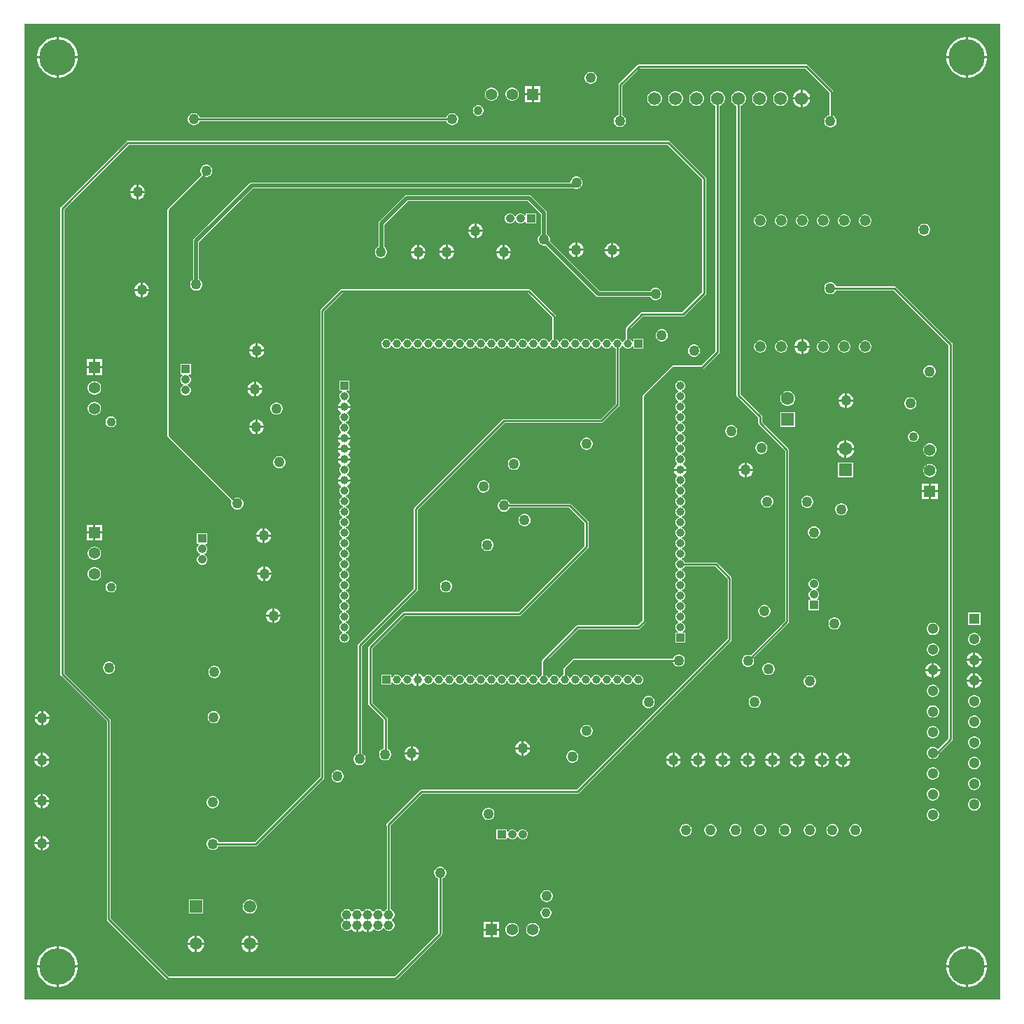
<source format=gbl>
G04*
G04 #@! TF.GenerationSoftware,Altium Limited,Altium Designer,22.9.1 (49)*
G04*
G04 Layer_Physical_Order=4*
G04 Layer_Color=16711680*
%FSLAX44Y44*%
%MOMM*%
G71*
G04*
G04 #@! TF.SameCoordinates,63DD9504-EA5A-40A3-A547-44A0B6CD77F8*
G04*
G04*
G04 #@! TF.FilePolarity,Positive*
G04*
G01*
G75*
%ADD11C,0.5080*%
%ADD13C,0.2540*%
%ADD34C,1.5748*%
%ADD35C,1.1684*%
%ADD36C,1.3208*%
%ADD44R,1.4000X1.4000*%
%ADD45C,1.4000*%
%ADD46C,1.1000*%
%ADD47R,1.4000X1.4000*%
%ADD55C,1.0000*%
%ADD56R,1.0000X1.0000*%
%ADD57R,1.0000X1.0000*%
%ADD58R,1.5080X1.5080*%
%ADD59C,1.5080*%
%ADD60C,1.6000*%
%ADD61R,1.6000X1.6000*%
%ADD62R,1.3000X1.3000*%
%ADD63C,1.3000*%
%ADD64C,1.0500*%
%ADD65R,1.0500X1.0500*%
%ADD66R,1.0500X1.0500*%
%ADD67C,1.2700*%
%ADD68C,4.4000*%
G36*
X1190000Y10000D02*
X10000D01*
Y1190000D01*
X1190000D01*
Y10000D01*
D02*
G37*
%LPC*%
G36*
X1152417Y1174540D02*
X1151270D01*
Y1151270D01*
X1174540D01*
Y1152417D01*
X1173597Y1157158D01*
X1171747Y1161624D01*
X1169062Y1165643D01*
X1165643Y1169062D01*
X1161624Y1171747D01*
X1157158Y1173597D01*
X1152417Y1174540D01*
D02*
G37*
G36*
X1148730D02*
X1147583D01*
X1142842Y1173597D01*
X1138376Y1171747D01*
X1134357Y1169062D01*
X1130939Y1165643D01*
X1128253Y1161624D01*
X1126403Y1157158D01*
X1125460Y1152417D01*
Y1151270D01*
X1148730D01*
Y1174540D01*
D02*
G37*
G36*
X52417D02*
X51270D01*
Y1151270D01*
X74540D01*
Y1152417D01*
X73597Y1157158D01*
X71747Y1161624D01*
X69061Y1165643D01*
X65643Y1169062D01*
X61624Y1171747D01*
X57158Y1173597D01*
X52417Y1174540D01*
D02*
G37*
G36*
X48730D02*
X47583D01*
X42842Y1173597D01*
X38376Y1171747D01*
X34357Y1169062D01*
X30938Y1165643D01*
X28253Y1161624D01*
X26403Y1157158D01*
X25460Y1152417D01*
Y1151270D01*
X48730D01*
Y1174540D01*
D02*
G37*
G36*
X1174540Y1148730D02*
X1151270D01*
Y1125460D01*
X1152417D01*
X1157158Y1126403D01*
X1161624Y1128253D01*
X1165643Y1130939D01*
X1169062Y1134357D01*
X1171747Y1138376D01*
X1173597Y1142842D01*
X1174540Y1147583D01*
Y1148730D01*
D02*
G37*
G36*
X1148730D02*
X1125460D01*
Y1147583D01*
X1126403Y1142842D01*
X1128253Y1138376D01*
X1130939Y1134357D01*
X1134357Y1130939D01*
X1138376Y1128253D01*
X1142842Y1126403D01*
X1147583Y1125460D01*
X1148730D01*
Y1148730D01*
D02*
G37*
G36*
X74540D02*
X51270D01*
Y1125460D01*
X52417D01*
X57158Y1126403D01*
X61624Y1128253D01*
X65643Y1130939D01*
X69061Y1134357D01*
X71747Y1138376D01*
X73597Y1142842D01*
X74540Y1147583D01*
Y1148730D01*
D02*
G37*
G36*
X48730D02*
X25460D01*
Y1147583D01*
X26403Y1142842D01*
X28253Y1138376D01*
X30938Y1134357D01*
X34357Y1130939D01*
X38376Y1128253D01*
X42842Y1126403D01*
X47583Y1125460D01*
X48730D01*
Y1148730D01*
D02*
G37*
G36*
X695968Y1132350D02*
X694032D01*
X692163Y1131849D01*
X690487Y1130882D01*
X689118Y1129513D01*
X688151Y1127837D01*
X687650Y1125968D01*
Y1124032D01*
X688151Y1122163D01*
X689118Y1120487D01*
X690487Y1119118D01*
X692163Y1118151D01*
X694032Y1117650D01*
X695968D01*
X697837Y1118151D01*
X699513Y1119118D01*
X700882Y1120487D01*
X701849Y1122163D01*
X702350Y1124032D01*
Y1125968D01*
X701849Y1127837D01*
X700882Y1129513D01*
X699513Y1130882D01*
X697837Y1131849D01*
X695968Y1132350D01*
D02*
G37*
G36*
X634540Y1114790D02*
X626270D01*
Y1106520D01*
X634540D01*
Y1114790D01*
D02*
G37*
G36*
X623730D02*
X615460D01*
Y1106520D01*
X623730D01*
Y1114790D01*
D02*
G37*
G36*
X951371Y1110414D02*
X951270D01*
Y1101270D01*
X960414D01*
Y1101371D01*
X959704Y1104020D01*
X958333Y1106394D01*
X956394Y1108333D01*
X954020Y1109704D01*
X951371Y1110414D01*
D02*
G37*
G36*
X948730D02*
X948629D01*
X945980Y1109704D01*
X943606Y1108333D01*
X941667Y1106394D01*
X940296Y1104020D01*
X939586Y1101371D01*
Y1101270D01*
X948730D01*
Y1110414D01*
D02*
G37*
G36*
X601053Y1113250D02*
X598947D01*
X596912Y1112705D01*
X595088Y1111652D01*
X593598Y1110162D01*
X592545Y1108338D01*
X592000Y1106303D01*
Y1104197D01*
X592545Y1102162D01*
X593598Y1100338D01*
X595088Y1098848D01*
X596912Y1097795D01*
X598947Y1097250D01*
X601053D01*
X603088Y1097795D01*
X604912Y1098848D01*
X606402Y1100338D01*
X607455Y1102162D01*
X608000Y1104197D01*
Y1106303D01*
X607455Y1108338D01*
X606402Y1110162D01*
X604912Y1111652D01*
X603088Y1112705D01*
X601053Y1113250D01*
D02*
G37*
G36*
X576053D02*
X573947D01*
X571912Y1112705D01*
X570088Y1111652D01*
X568598Y1110162D01*
X567545Y1108338D01*
X567000Y1106303D01*
Y1104197D01*
X567545Y1102162D01*
X568598Y1100338D01*
X570088Y1098848D01*
X571912Y1097795D01*
X573947Y1097250D01*
X576053D01*
X578088Y1097795D01*
X579912Y1098848D01*
X581402Y1100338D01*
X582455Y1102162D01*
X583000Y1104197D01*
Y1106303D01*
X582455Y1108338D01*
X581402Y1110162D01*
X579912Y1111652D01*
X578088Y1112705D01*
X576053Y1113250D01*
D02*
G37*
G36*
X634540Y1103980D02*
X626270D01*
Y1095710D01*
X634540D01*
Y1103980D01*
D02*
G37*
G36*
X623730D02*
X615460D01*
Y1095710D01*
X623730D01*
Y1103980D01*
D02*
G37*
G36*
X925768Y1108874D02*
X923432D01*
X921175Y1108269D01*
X919151Y1107101D01*
X917499Y1105449D01*
X916331Y1103425D01*
X915726Y1101168D01*
Y1098832D01*
X916331Y1096575D01*
X917499Y1094551D01*
X919151Y1092899D01*
X921175Y1091731D01*
X923432Y1091126D01*
X925768D01*
X928025Y1091731D01*
X930049Y1092899D01*
X931701Y1094551D01*
X932869Y1096575D01*
X933474Y1098832D01*
Y1101168D01*
X932869Y1103425D01*
X931701Y1105449D01*
X930049Y1107101D01*
X928025Y1108269D01*
X925768Y1108874D01*
D02*
G37*
G36*
X900368D02*
X898032D01*
X895775Y1108269D01*
X893751Y1107101D01*
X892099Y1105449D01*
X890931Y1103425D01*
X890326Y1101168D01*
Y1098832D01*
X890931Y1096575D01*
X892099Y1094551D01*
X893751Y1092899D01*
X895775Y1091731D01*
X898032Y1091126D01*
X900368D01*
X902625Y1091731D01*
X904649Y1092899D01*
X906301Y1094551D01*
X907469Y1096575D01*
X908074Y1098832D01*
Y1101168D01*
X907469Y1103425D01*
X906301Y1105449D01*
X904649Y1107101D01*
X902625Y1108269D01*
X900368Y1108874D01*
D02*
G37*
G36*
X824168D02*
X821832D01*
X819575Y1108269D01*
X817551Y1107101D01*
X815899Y1105449D01*
X814731Y1103425D01*
X814126Y1101168D01*
Y1098832D01*
X814731Y1096575D01*
X815899Y1094551D01*
X817551Y1092899D01*
X819575Y1091731D01*
X821832Y1091126D01*
X824168D01*
X826425Y1091731D01*
X828449Y1092899D01*
X830101Y1094551D01*
X831269Y1096575D01*
X831874Y1098832D01*
Y1101168D01*
X831269Y1103425D01*
X830101Y1105449D01*
X828449Y1107101D01*
X826425Y1108269D01*
X824168Y1108874D01*
D02*
G37*
G36*
X798768D02*
X796432D01*
X794175Y1108269D01*
X792151Y1107101D01*
X790499Y1105449D01*
X789331Y1103425D01*
X788726Y1101168D01*
Y1098832D01*
X789331Y1096575D01*
X790499Y1094551D01*
X792151Y1092899D01*
X794175Y1091731D01*
X796432Y1091126D01*
X798768D01*
X801025Y1091731D01*
X803049Y1092899D01*
X804701Y1094551D01*
X805869Y1096575D01*
X806474Y1098832D01*
Y1101168D01*
X805869Y1103425D01*
X804701Y1105449D01*
X803049Y1107101D01*
X801025Y1108269D01*
X798768Y1108874D01*
D02*
G37*
G36*
X773368D02*
X771032D01*
X768775Y1108269D01*
X766751Y1107101D01*
X765099Y1105449D01*
X763931Y1103425D01*
X763326Y1101168D01*
Y1098832D01*
X763931Y1096575D01*
X765099Y1094551D01*
X766751Y1092899D01*
X768775Y1091731D01*
X771032Y1091126D01*
X773368D01*
X775625Y1091731D01*
X777649Y1092899D01*
X779301Y1094551D01*
X780469Y1096575D01*
X781074Y1098832D01*
Y1101168D01*
X780469Y1103425D01*
X779301Y1105449D01*
X777649Y1107101D01*
X775625Y1108269D01*
X773368Y1108874D01*
D02*
G37*
G36*
X960414Y1098730D02*
X951270D01*
Y1089586D01*
X951371D01*
X954020Y1090296D01*
X956394Y1091667D01*
X958333Y1093606D01*
X959704Y1095980D01*
X960414Y1098629D01*
Y1098730D01*
D02*
G37*
G36*
X948730D02*
X939586D01*
Y1098629D01*
X940296Y1095980D01*
X941667Y1093606D01*
X943606Y1091667D01*
X945980Y1090296D01*
X948629Y1089586D01*
X948730D01*
Y1098730D01*
D02*
G37*
G36*
X559856Y1091750D02*
X558144D01*
X556491Y1091307D01*
X555009Y1090451D01*
X553799Y1089241D01*
X552943Y1087759D01*
X552500Y1086106D01*
Y1084394D01*
X552943Y1082741D01*
X553799Y1081259D01*
X555009Y1080049D01*
X556491Y1079193D01*
X558144Y1078750D01*
X559856D01*
X561509Y1079193D01*
X562991Y1080049D01*
X564201Y1081259D01*
X565057Y1082741D01*
X565500Y1084394D01*
Y1086106D01*
X565057Y1087759D01*
X564201Y1089241D01*
X562991Y1090451D01*
X561509Y1091307D01*
X559856Y1091750D01*
D02*
G37*
G36*
X528468Y1082350D02*
X526532D01*
X524663Y1081849D01*
X522987Y1080882D01*
X521618Y1079513D01*
X520651Y1077837D01*
X520511Y1077315D01*
X221989Y1077315D01*
X221849Y1077837D01*
X220882Y1079513D01*
X219513Y1080882D01*
X217837Y1081849D01*
X215968Y1082350D01*
X214032D01*
X212163Y1081849D01*
X210487Y1080882D01*
X209118Y1079513D01*
X208151Y1077837D01*
X207650Y1075968D01*
Y1074032D01*
X208151Y1072163D01*
X209118Y1070487D01*
X210487Y1069118D01*
X212163Y1068151D01*
X214032Y1067650D01*
X215968D01*
X217837Y1068151D01*
X219513Y1069118D01*
X220882Y1070487D01*
X221849Y1072163D01*
X221989Y1072685D01*
X520511Y1072685D01*
X520651Y1072163D01*
X521618Y1070487D01*
X522987Y1069118D01*
X524663Y1068151D01*
X526532Y1067650D01*
X528468D01*
X530337Y1068151D01*
X532013Y1069118D01*
X533382Y1070487D01*
X534349Y1072163D01*
X534850Y1074032D01*
Y1075968D01*
X534349Y1077837D01*
X533382Y1079513D01*
X532013Y1080882D01*
X530337Y1081849D01*
X528468Y1082350D01*
D02*
G37*
G36*
X955500Y1141065D02*
X753250D01*
X752364Y1140888D01*
X751613Y1140387D01*
X729363Y1118137D01*
X728862Y1117386D01*
X728686Y1116500D01*
Y1080190D01*
X727413Y1079849D01*
X725737Y1078882D01*
X724369Y1077513D01*
X723401Y1075837D01*
X722900Y1073968D01*
Y1072032D01*
X723401Y1070163D01*
X724369Y1068487D01*
X725737Y1067119D01*
X727413Y1066151D01*
X729282Y1065650D01*
X731218D01*
X733087Y1066151D01*
X734763Y1067119D01*
X736132Y1068487D01*
X737099Y1070163D01*
X737600Y1072032D01*
Y1073968D01*
X737099Y1075837D01*
X736132Y1077513D01*
X734763Y1078882D01*
X733315Y1079718D01*
Y1115541D01*
X754209Y1136435D01*
X954541D01*
X983686Y1107291D01*
Y1079757D01*
X982163Y1079349D01*
X980487Y1078382D01*
X979118Y1077013D01*
X978151Y1075337D01*
X977650Y1073468D01*
Y1071532D01*
X978151Y1069663D01*
X979118Y1067987D01*
X980487Y1066618D01*
X982163Y1065651D01*
X984032Y1065150D01*
X985968D01*
X987837Y1065651D01*
X989513Y1066618D01*
X990882Y1067987D01*
X991849Y1069663D01*
X992350Y1071532D01*
Y1073468D01*
X991849Y1075337D01*
X990882Y1077013D01*
X989513Y1078382D01*
X988315Y1079073D01*
Y1108250D01*
X988138Y1109136D01*
X987637Y1109887D01*
X957137Y1140387D01*
X956386Y1140888D01*
X955500Y1141065D01*
D02*
G37*
G36*
X230968Y1019850D02*
X229032D01*
X227163Y1019349D01*
X225487Y1018382D01*
X224118Y1017013D01*
X223151Y1015337D01*
X222650Y1013468D01*
Y1011532D01*
X223151Y1009663D01*
X224118Y1007987D01*
X224416Y1007689D01*
X183363Y966637D01*
X182862Y965886D01*
X182686Y965000D01*
Y692500D01*
X182862Y691614D01*
X183363Y690863D01*
X260921Y613306D01*
X260651Y612837D01*
X260150Y610968D01*
Y609032D01*
X260651Y607163D01*
X261618Y605487D01*
X262987Y604118D01*
X264663Y603151D01*
X266532Y602650D01*
X268468D01*
X270337Y603151D01*
X272013Y604118D01*
X273382Y605487D01*
X274349Y607163D01*
X274850Y609032D01*
Y610968D01*
X274349Y612837D01*
X273382Y614513D01*
X272013Y615882D01*
X270337Y616849D01*
X268468Y617350D01*
X266532D01*
X264663Y616849D01*
X264195Y616579D01*
X187314Y693459D01*
Y964041D01*
X228552Y1005279D01*
X229032Y1005150D01*
X230968D01*
X232837Y1005651D01*
X234513Y1006618D01*
X235882Y1007987D01*
X236849Y1009663D01*
X237350Y1011532D01*
Y1013468D01*
X236849Y1015337D01*
X235882Y1017013D01*
X234513Y1018382D01*
X232837Y1019349D01*
X230968Y1019850D01*
D02*
G37*
G36*
X678718Y1005600D02*
X676782D01*
X674913Y1005099D01*
X673237Y1004131D01*
X671869Y1002763D01*
X670901Y1001087D01*
X670400Y999218D01*
Y998609D01*
X285250D01*
X283869Y998335D01*
X282698Y997552D01*
X215198Y930052D01*
X214415Y928881D01*
X214141Y927500D01*
Y881403D01*
X213237Y880882D01*
X211868Y879513D01*
X210901Y877837D01*
X210400Y875968D01*
Y874032D01*
X210901Y872163D01*
X211868Y870487D01*
X213237Y869118D01*
X214913Y868151D01*
X216782Y867650D01*
X218718D01*
X220587Y868151D01*
X222263Y869118D01*
X223631Y870487D01*
X224599Y872163D01*
X225100Y874032D01*
Y875968D01*
X224599Y877837D01*
X223631Y879513D01*
X222263Y880882D01*
X221359Y881403D01*
Y926005D01*
X286745Y991391D01*
X674500D01*
X674820Y991454D01*
X674913Y991401D01*
X676782Y990900D01*
X678718D01*
X680587Y991401D01*
X682263Y992368D01*
X683632Y993737D01*
X684599Y995413D01*
X685100Y997282D01*
Y999218D01*
X684599Y1001087D01*
X683632Y1002763D01*
X682263Y1004131D01*
X680587Y1005099D01*
X678718Y1005600D01*
D02*
G37*
G36*
X148270Y995863D02*
Y988270D01*
X155863D01*
X155284Y990431D01*
X154114Y992459D01*
X152459Y994114D01*
X150431Y995284D01*
X148270Y995863D01*
D02*
G37*
G36*
X145730D02*
X143569Y995284D01*
X141541Y994114D01*
X139886Y992459D01*
X138716Y990431D01*
X138137Y988270D01*
X145730D01*
Y995863D01*
D02*
G37*
G36*
X155863Y985730D02*
X148270D01*
Y978137D01*
X150431Y978716D01*
X152459Y979886D01*
X154114Y981541D01*
X155284Y983569D01*
X155863Y985730D01*
D02*
G37*
G36*
X145730D02*
X138137D01*
X138716Y983569D01*
X139886Y981541D01*
X141541Y979886D01*
X143569Y978716D01*
X145730Y978137D01*
Y985730D01*
D02*
G37*
G36*
X628950Y961250D02*
X616450D01*
Y959048D01*
X615732Y958732D01*
X615180Y958659D01*
X613540Y960298D01*
X611243Y961250D01*
X608757D01*
X606460Y960298D01*
X604701Y958540D01*
X604337Y957661D01*
X602963D01*
X602598Y958540D01*
X600840Y960298D01*
X598543Y961250D01*
X596057D01*
X593760Y960298D01*
X592001Y958540D01*
X591050Y956243D01*
Y953757D01*
X592001Y951460D01*
X593760Y949702D01*
X596057Y948750D01*
X598543D01*
X600840Y949702D01*
X602598Y951460D01*
X602963Y952339D01*
X604337D01*
X604701Y951460D01*
X606460Y949702D01*
X608757Y948750D01*
X611243D01*
X613540Y949702D01*
X615180Y951341D01*
X615732Y951268D01*
X616450Y950952D01*
Y948750D01*
X628950D01*
Y961250D01*
D02*
G37*
G36*
X1028001Y960004D02*
X1025999D01*
X1024065Y959486D01*
X1022331Y958485D01*
X1020915Y957069D01*
X1019914Y955335D01*
X1019396Y953401D01*
Y951399D01*
X1019914Y949465D01*
X1020915Y947731D01*
X1022331Y946315D01*
X1024065Y945314D01*
X1025999Y944796D01*
X1028001D01*
X1029935Y945314D01*
X1031669Y946315D01*
X1033085Y947731D01*
X1034086Y949465D01*
X1034604Y951399D01*
Y953401D01*
X1034086Y955335D01*
X1033085Y957069D01*
X1031669Y958485D01*
X1029935Y959486D01*
X1028001Y960004D01*
D02*
G37*
G36*
X1002601D02*
X1000599D01*
X998665Y959486D01*
X996931Y958485D01*
X995515Y957069D01*
X994514Y955335D01*
X993996Y953401D01*
Y951399D01*
X994514Y949465D01*
X995515Y947731D01*
X996931Y946315D01*
X998665Y945314D01*
X1000599Y944796D01*
X1002601D01*
X1004535Y945314D01*
X1006269Y946315D01*
X1007685Y947731D01*
X1008686Y949465D01*
X1009204Y951399D01*
Y953401D01*
X1008686Y955335D01*
X1007685Y957069D01*
X1006269Y958485D01*
X1004535Y959486D01*
X1002601Y960004D01*
D02*
G37*
G36*
X977201D02*
X975199D01*
X973265Y959486D01*
X971531Y958485D01*
X970115Y957069D01*
X969114Y955335D01*
X968596Y953401D01*
Y951399D01*
X969114Y949465D01*
X970115Y947731D01*
X971531Y946315D01*
X973265Y945314D01*
X975199Y944796D01*
X977201D01*
X979135Y945314D01*
X980869Y946315D01*
X982285Y947731D01*
X983286Y949465D01*
X983804Y951399D01*
Y953401D01*
X983286Y955335D01*
X982285Y957069D01*
X980869Y958485D01*
X979135Y959486D01*
X977201Y960004D01*
D02*
G37*
G36*
X951801D02*
X949799D01*
X947865Y959486D01*
X946131Y958485D01*
X944715Y957069D01*
X943714Y955335D01*
X943196Y953401D01*
Y951399D01*
X943714Y949465D01*
X944715Y947731D01*
X946131Y946315D01*
X947865Y945314D01*
X949799Y944796D01*
X951801D01*
X953735Y945314D01*
X955469Y946315D01*
X956885Y947731D01*
X957886Y949465D01*
X958404Y951399D01*
Y953401D01*
X957886Y955335D01*
X956885Y957069D01*
X955469Y958485D01*
X953735Y959486D01*
X951801Y960004D01*
D02*
G37*
G36*
X926401D02*
X924399D01*
X922465Y959486D01*
X920731Y958485D01*
X919315Y957069D01*
X918314Y955335D01*
X917796Y953401D01*
Y951399D01*
X918314Y949465D01*
X919315Y947731D01*
X920731Y946315D01*
X922465Y945314D01*
X924399Y944796D01*
X926401D01*
X928335Y945314D01*
X930069Y946315D01*
X931485Y947731D01*
X932486Y949465D01*
X933004Y951399D01*
Y953401D01*
X932486Y955335D01*
X931485Y957069D01*
X930069Y958485D01*
X928335Y959486D01*
X926401Y960004D01*
D02*
G37*
G36*
X901001D02*
X898999D01*
X897065Y959486D01*
X895331Y958485D01*
X893915Y957069D01*
X892914Y955335D01*
X892396Y953401D01*
Y951399D01*
X892914Y949465D01*
X893915Y947731D01*
X895331Y946315D01*
X897065Y945314D01*
X898999Y944796D01*
X901001D01*
X902935Y945314D01*
X904669Y946315D01*
X906085Y947731D01*
X907086Y949465D01*
X907604Y951399D01*
Y953401D01*
X907086Y955335D01*
X906085Y957069D01*
X904669Y958485D01*
X902935Y959486D01*
X901001Y960004D01*
D02*
G37*
G36*
X557020Y948863D02*
Y941270D01*
X564613D01*
X564034Y943431D01*
X562864Y945459D01*
X561209Y947114D01*
X559181Y948284D01*
X557020Y948863D01*
D02*
G37*
G36*
X554480D02*
X552319Y948284D01*
X550291Y947114D01*
X548636Y945459D01*
X547466Y943431D01*
X546887Y941270D01*
X554480D01*
Y948863D01*
D02*
G37*
G36*
X1099218Y948600D02*
X1097282D01*
X1095413Y948099D01*
X1093737Y947132D01*
X1092368Y945763D01*
X1091401Y944087D01*
X1090900Y942218D01*
Y940282D01*
X1091401Y938413D01*
X1092368Y936737D01*
X1093737Y935368D01*
X1095413Y934401D01*
X1097282Y933900D01*
X1099218D01*
X1101087Y934401D01*
X1102763Y935368D01*
X1104131Y936737D01*
X1105099Y938413D01*
X1105600Y940282D01*
Y942218D01*
X1105099Y944087D01*
X1104131Y945763D01*
X1102763Y947132D01*
X1101087Y948099D01*
X1099218Y948600D01*
D02*
G37*
G36*
X564613Y938730D02*
X557020D01*
Y931137D01*
X559181Y931716D01*
X561209Y932886D01*
X562864Y934541D01*
X564034Y936569D01*
X564613Y938730D01*
D02*
G37*
G36*
X554480D02*
X546887D01*
X547466Y936569D01*
X548636Y934541D01*
X550291Y932886D01*
X552319Y931716D01*
X554480Y931137D01*
Y938730D01*
D02*
G37*
G36*
X678770Y925863D02*
Y918270D01*
X686363D01*
X685784Y920431D01*
X684614Y922459D01*
X682959Y924114D01*
X680931Y925284D01*
X678770Y925863D01*
D02*
G37*
G36*
X676230D02*
X674069Y925284D01*
X672041Y924114D01*
X670386Y922459D01*
X669216Y920431D01*
X668637Y918270D01*
X676230D01*
Y925863D01*
D02*
G37*
G36*
X722520Y925363D02*
Y917770D01*
X730113D01*
X729534Y919931D01*
X728364Y921959D01*
X726709Y923614D01*
X724681Y924784D01*
X722520Y925363D01*
D02*
G37*
G36*
X719980D02*
X717819Y924784D01*
X715791Y923614D01*
X714136Y921959D01*
X712966Y919931D01*
X712387Y917770D01*
X719980D01*
Y925363D01*
D02*
G37*
G36*
X522020Y923363D02*
Y915770D01*
X529613D01*
X529034Y917931D01*
X527864Y919959D01*
X526209Y921614D01*
X524181Y922784D01*
X522020Y923363D01*
D02*
G37*
G36*
X519480D02*
X517319Y922784D01*
X515291Y921614D01*
X513636Y919959D01*
X512466Y917931D01*
X511887Y915770D01*
X519480D01*
Y923363D01*
D02*
G37*
G36*
X591020Y923113D02*
Y915520D01*
X598613D01*
X598034Y917681D01*
X596864Y919709D01*
X595209Y921364D01*
X593181Y922534D01*
X591020Y923113D01*
D02*
G37*
G36*
X588480D02*
X586319Y922534D01*
X584291Y921364D01*
X582636Y919709D01*
X581466Y917681D01*
X580887Y915520D01*
X588480D01*
Y923113D01*
D02*
G37*
G36*
X487770D02*
Y915520D01*
X495363D01*
X494784Y917681D01*
X493614Y919709D01*
X491959Y921364D01*
X489931Y922534D01*
X487770Y923113D01*
D02*
G37*
G36*
X485230D02*
X483069Y922534D01*
X481041Y921364D01*
X479386Y919709D01*
X478216Y917681D01*
X477637Y915520D01*
X485230D01*
Y923113D01*
D02*
G37*
G36*
X686363Y915730D02*
X678770D01*
Y908137D01*
X680931Y908716D01*
X682959Y909886D01*
X684614Y911541D01*
X685784Y913569D01*
X686363Y915730D01*
D02*
G37*
G36*
X676230D02*
X668637D01*
X669216Y913569D01*
X670386Y911541D01*
X672041Y909886D01*
X674069Y908716D01*
X676230Y908137D01*
Y915730D01*
D02*
G37*
G36*
X730113Y915230D02*
X722520D01*
Y907637D01*
X724681Y908216D01*
X726709Y909386D01*
X728364Y911041D01*
X729534Y913069D01*
X730113Y915230D01*
D02*
G37*
G36*
X719980D02*
X712387D01*
X712966Y913069D01*
X714136Y911041D01*
X715791Y909386D01*
X717819Y908216D01*
X719980Y907637D01*
Y915230D01*
D02*
G37*
G36*
X529613Y913230D02*
X522020D01*
Y905637D01*
X524181Y906216D01*
X526209Y907386D01*
X527864Y909041D01*
X529034Y911069D01*
X529613Y913230D01*
D02*
G37*
G36*
X519480D02*
X511887D01*
X512466Y911069D01*
X513636Y909041D01*
X515291Y907386D01*
X517319Y906216D01*
X519480Y905637D01*
Y913230D01*
D02*
G37*
G36*
X598613Y912980D02*
X591020D01*
Y905387D01*
X593181Y905966D01*
X595209Y907136D01*
X596864Y908791D01*
X598034Y910819D01*
X598613Y912980D01*
D02*
G37*
G36*
X588480D02*
X580887D01*
X581466Y910819D01*
X582636Y908791D01*
X584291Y907136D01*
X586319Y905966D01*
X588480Y905387D01*
Y912980D01*
D02*
G37*
G36*
X495363D02*
X487770D01*
Y905387D01*
X489931Y905966D01*
X491959Y907136D01*
X493614Y908791D01*
X494784Y910819D01*
X495363Y912980D01*
D02*
G37*
G36*
X485230D02*
X477637D01*
X478216Y910819D01*
X479386Y908791D01*
X481041Y907136D01*
X483069Y905966D01*
X485230Y905387D01*
Y912980D01*
D02*
G37*
G36*
X153270Y877363D02*
Y869770D01*
X160863D01*
X160284Y871931D01*
X159114Y873959D01*
X157459Y875614D01*
X155431Y876784D01*
X153270Y877363D01*
D02*
G37*
G36*
X150730D02*
X148569Y876784D01*
X146541Y875614D01*
X144886Y873959D01*
X143716Y871931D01*
X143137Y869770D01*
X150730D01*
Y877363D01*
D02*
G37*
G36*
X160863Y867230D02*
X153270D01*
Y859637D01*
X155431Y860216D01*
X157459Y861386D01*
X159114Y863041D01*
X160284Y865069D01*
X160863Y867230D01*
D02*
G37*
G36*
X150730D02*
X143137D01*
X143716Y865069D01*
X144886Y863041D01*
X146541Y861386D01*
X148569Y860216D01*
X150730Y859637D01*
Y867230D01*
D02*
G37*
G36*
X620250Y983109D02*
X472500D01*
X471119Y982835D01*
X469948Y982052D01*
X439198Y951302D01*
X438415Y950131D01*
X438141Y948750D01*
Y920942D01*
X436737Y920132D01*
X435368Y918763D01*
X434401Y917087D01*
X433900Y915218D01*
Y913282D01*
X434401Y911413D01*
X435368Y909737D01*
X436737Y908369D01*
X438413Y907401D01*
X440282Y906900D01*
X442218D01*
X444087Y907401D01*
X445763Y908369D01*
X447132Y909737D01*
X448099Y911413D01*
X448600Y913282D01*
Y915218D01*
X448099Y917087D01*
X447132Y918763D01*
X445763Y920132D01*
X445359Y920365D01*
Y947255D01*
X473995Y975891D01*
X618755D01*
X634641Y960005D01*
Y935903D01*
X633737Y935381D01*
X632369Y934013D01*
X631401Y932337D01*
X630900Y930468D01*
Y928532D01*
X631401Y926663D01*
X632369Y924987D01*
X633737Y923618D01*
X635413Y922651D01*
X637282Y922150D01*
X639218D01*
X640226Y922420D01*
X701698Y860948D01*
X702869Y860165D01*
X704250Y859891D01*
X767097D01*
X767618Y858987D01*
X768987Y857618D01*
X770663Y856651D01*
X772532Y856150D01*
X774468D01*
X776337Y856651D01*
X778013Y857618D01*
X779381Y858987D01*
X780349Y860663D01*
X780850Y862532D01*
Y864468D01*
X780349Y866337D01*
X779381Y868013D01*
X778013Y869381D01*
X776337Y870349D01*
X774468Y870850D01*
X772532D01*
X770663Y870349D01*
X768987Y869381D01*
X767618Y868013D01*
X767097Y867109D01*
X705745D01*
X645330Y927524D01*
X645600Y928532D01*
Y930468D01*
X645099Y932337D01*
X644131Y934013D01*
X642763Y935381D01*
X641859Y935903D01*
Y961500D01*
X641585Y962881D01*
X640802Y964052D01*
X622802Y982052D01*
X621631Y982835D01*
X620250Y983109D01*
D02*
G37*
G36*
X781968Y820850D02*
X780032D01*
X778163Y820349D01*
X776487Y819381D01*
X775118Y818013D01*
X774151Y816337D01*
X773650Y814468D01*
Y812532D01*
X774151Y810663D01*
X775118Y808987D01*
X776487Y807618D01*
X778163Y806651D01*
X780032Y806150D01*
X781968D01*
X783837Y806651D01*
X785513Y807618D01*
X786881Y808987D01*
X787849Y810663D01*
X788350Y812532D01*
Y814468D01*
X787849Y816337D01*
X786881Y818013D01*
X785513Y819381D01*
X783837Y820349D01*
X781968Y820850D01*
D02*
G37*
G36*
X789000Y1048814D02*
X135000D01*
X134114Y1048638D01*
X133363Y1048137D01*
X54113Y968887D01*
X53612Y968136D01*
X53436Y967250D01*
Y404000D01*
X53612Y403114D01*
X54113Y402363D01*
X109685Y346791D01*
Y107750D01*
X109862Y106864D01*
X110363Y106113D01*
X182363Y34113D01*
X183114Y33612D01*
X184000Y33435D01*
X458750D01*
X459636Y33612D01*
X460387Y34113D01*
X514637Y88363D01*
X515138Y89114D01*
X515314Y90000D01*
Y156511D01*
X515837Y156651D01*
X517513Y157619D01*
X518881Y158987D01*
X519849Y160663D01*
X520350Y162532D01*
Y164468D01*
X519849Y166337D01*
X518881Y168013D01*
X517513Y169382D01*
X515837Y170349D01*
X513968Y170850D01*
X512032D01*
X510163Y170349D01*
X508487Y169382D01*
X507118Y168013D01*
X506151Y166337D01*
X505650Y164468D01*
Y162532D01*
X506151Y160663D01*
X507118Y158987D01*
X508487Y157619D01*
X510163Y156651D01*
X510686Y156511D01*
Y90959D01*
X457791Y38064D01*
X184959D01*
X114314Y108709D01*
Y347750D01*
X114138Y348636D01*
X113637Y349387D01*
X58064Y404959D01*
Y966291D01*
X135959Y1044185D01*
X788041D01*
X829936Y1002291D01*
Y865709D01*
X805541Y841314D01*
X757250D01*
X756364Y841138D01*
X755613Y840637D01*
X738063Y823087D01*
X737562Y822336D01*
X737385Y821450D01*
Y808736D01*
X736301Y808287D01*
X734613Y806599D01*
X734037Y805208D01*
X732663D01*
X732087Y806599D01*
X730399Y808287D01*
X728194Y809200D01*
X725807D01*
X723601Y808287D01*
X721914Y806599D01*
X721337Y805208D01*
X719963D01*
X719387Y806599D01*
X717699Y808287D01*
X715493Y809200D01*
X713107D01*
X710901Y808287D01*
X709213Y806599D01*
X708637Y805208D01*
X707263D01*
X706687Y806599D01*
X704999Y808287D01*
X702794Y809200D01*
X700406D01*
X698201Y808287D01*
X696514Y806599D01*
X695937Y805208D01*
X694563D01*
X693987Y806599D01*
X692299Y808287D01*
X690094Y809200D01*
X687707D01*
X685501Y808287D01*
X683813Y806599D01*
X683237Y805208D01*
X681863D01*
X681287Y806599D01*
X679599Y808287D01*
X677393Y809200D01*
X675006D01*
X672801Y808287D01*
X671114Y806599D01*
X670537Y805208D01*
X669163D01*
X668587Y806599D01*
X666899Y808287D01*
X664694Y809200D01*
X662307D01*
X660101Y808287D01*
X658413Y806599D01*
X657837Y805208D01*
X656463D01*
X655887Y806599D01*
X654199Y808287D01*
X653114Y808736D01*
Y836450D01*
X652938Y837336D01*
X652437Y838087D01*
X621637Y868887D01*
X620886Y869388D01*
X620000Y869565D01*
X394000D01*
X393114Y869388D01*
X392364Y868887D01*
X368613Y845137D01*
X368112Y844386D01*
X367935Y843500D01*
Y279709D01*
X288785Y200558D01*
X288750Y200564D01*
X244989D01*
X244849Y201087D01*
X243881Y202763D01*
X242513Y204132D01*
X240837Y205099D01*
X238968Y205600D01*
X237032D01*
X235163Y205099D01*
X233487Y204132D01*
X232118Y202763D01*
X231151Y201087D01*
X230650Y199218D01*
Y197282D01*
X231151Y195413D01*
X232118Y193737D01*
X233487Y192369D01*
X235163Y191401D01*
X237032Y190900D01*
X238968D01*
X240837Y191401D01*
X242513Y192369D01*
X243881Y193737D01*
X244849Y195413D01*
X244989Y195935D01*
X287880D01*
X288364Y195612D01*
X289250Y195436D01*
X290136Y195612D01*
X290887Y196113D01*
X371887Y277113D01*
X372388Y277864D01*
X372565Y278750D01*
Y842541D01*
X394959Y864936D01*
X619041D01*
X648485Y835491D01*
Y808736D01*
X647401Y808287D01*
X645714Y806599D01*
X645137Y805208D01*
X643763D01*
X643187Y806599D01*
X641499Y808287D01*
X639294Y809200D01*
X636907D01*
X634701Y808287D01*
X633013Y806599D01*
X632437Y805208D01*
X631063D01*
X630487Y806599D01*
X628799Y808287D01*
X626594Y809200D01*
X624207D01*
X622001Y808287D01*
X620313Y806599D01*
X619737Y805208D01*
X618363D01*
X617787Y806599D01*
X616099Y808287D01*
X613894Y809200D01*
X611507D01*
X609301Y808287D01*
X607613Y806599D01*
X606975Y805057D01*
X605600D01*
X604962Y806599D01*
X603274Y808287D01*
X601068Y809200D01*
X598682D01*
X596476Y808287D01*
X594789Y806599D01*
X594275Y805359D01*
X592900D01*
X592387Y806599D01*
X590699Y808287D01*
X588493Y809200D01*
X586106D01*
X583901Y808287D01*
X582214Y806599D01*
X581637Y805208D01*
X580263D01*
X579687Y806599D01*
X577999Y808287D01*
X575793Y809200D01*
X573406D01*
X571201Y808287D01*
X569514Y806599D01*
X568937Y805208D01*
X567563D01*
X566987Y806599D01*
X565299Y808287D01*
X563093Y809200D01*
X560706D01*
X558501Y808287D01*
X556814Y806599D01*
X556237Y805208D01*
X554863D01*
X554287Y806599D01*
X552599Y808287D01*
X550393Y809200D01*
X548007D01*
X545801Y808287D01*
X544114Y806599D01*
X543537Y805208D01*
X542163D01*
X541587Y806599D01*
X539899Y808287D01*
X537693Y809200D01*
X535307D01*
X533101Y808287D01*
X531413Y806599D01*
X530837Y805208D01*
X529463D01*
X528887Y806599D01*
X527199Y808287D01*
X524994Y809200D01*
X522607D01*
X520401Y808287D01*
X518713Y806599D01*
X518137Y805208D01*
X516763D01*
X516187Y806599D01*
X514499Y808287D01*
X512294Y809200D01*
X509907D01*
X507701Y808287D01*
X506013Y806599D01*
X505437Y805208D01*
X504063D01*
X503487Y806599D01*
X501799Y808287D01*
X499594Y809200D01*
X497206D01*
X495001Y808287D01*
X493313Y806599D01*
X492737Y805208D01*
X491363D01*
X490787Y806599D01*
X489099Y808287D01*
X486894Y809200D01*
X484506D01*
X482301Y808287D01*
X480614Y806599D01*
X480037Y805208D01*
X478663D01*
X478087Y806599D01*
X476399Y808287D01*
X474193Y809200D01*
X471806D01*
X469601Y808287D01*
X467914Y806599D01*
X467337Y805208D01*
X465963D01*
X465387Y806599D01*
X463699Y808287D01*
X461493Y809200D01*
X459106D01*
X456901Y808287D01*
X455214Y806599D01*
X454637Y805208D01*
X453263D01*
X452687Y806599D01*
X450999Y808287D01*
X448793Y809200D01*
X446407D01*
X444201Y808287D01*
X442514Y806599D01*
X441600Y804393D01*
Y802007D01*
X442514Y799801D01*
X444201Y798113D01*
X446407Y797200D01*
X448793D01*
X450999Y798113D01*
X452687Y799801D01*
X453263Y801192D01*
X454637D01*
X455214Y799801D01*
X456901Y798113D01*
X459106Y797200D01*
X461493D01*
X463699Y798113D01*
X465387Y799801D01*
X465963Y801192D01*
X467337D01*
X467914Y799801D01*
X469601Y798113D01*
X471806Y797200D01*
X474193D01*
X476399Y798113D01*
X478087Y799801D01*
X478663Y801192D01*
X480037D01*
X480614Y799801D01*
X482301Y798113D01*
X484506Y797200D01*
X486894D01*
X489099Y798113D01*
X490787Y799801D01*
X491363Y801192D01*
X492737D01*
X493313Y799801D01*
X495001Y798113D01*
X497206Y797200D01*
X499594D01*
X501799Y798113D01*
X503487Y799801D01*
X504063Y801192D01*
X505437D01*
X506013Y799801D01*
X507701Y798113D01*
X509907Y797200D01*
X512294D01*
X514499Y798113D01*
X516187Y799801D01*
X516763Y801192D01*
X518137D01*
X518713Y799801D01*
X520401Y798113D01*
X522607Y797200D01*
X524994D01*
X527199Y798113D01*
X528887Y799801D01*
X529463Y801192D01*
X530837D01*
X531413Y799801D01*
X533101Y798113D01*
X535307Y797200D01*
X537693D01*
X539899Y798113D01*
X541587Y799801D01*
X542163Y801192D01*
X543537D01*
X544114Y799801D01*
X545801Y798113D01*
X548007Y797200D01*
X550393D01*
X552599Y798113D01*
X554287Y799801D01*
X554863Y801192D01*
X556237D01*
X556814Y799801D01*
X558501Y798113D01*
X560706Y797200D01*
X563093D01*
X565299Y798113D01*
X566987Y799801D01*
X567563Y801192D01*
X568937D01*
X569514Y799801D01*
X571201Y798113D01*
X573406Y797200D01*
X575793D01*
X577999Y798113D01*
X579687Y799801D01*
X580263Y801192D01*
X581637D01*
X582214Y799801D01*
X583901Y798113D01*
X586106Y797200D01*
X588493D01*
X590699Y798113D01*
X592387Y799801D01*
X592900Y801041D01*
X594275D01*
X594789Y799801D01*
X596476Y798113D01*
X598682Y797200D01*
X601068D01*
X603274Y798113D01*
X604962Y799801D01*
X605600Y801343D01*
X606975D01*
X607613Y799801D01*
X609301Y798113D01*
X611507Y797200D01*
X613894D01*
X616099Y798113D01*
X617787Y799801D01*
X618363Y801192D01*
X619737D01*
X620313Y799801D01*
X622001Y798113D01*
X624207Y797200D01*
X626594D01*
X628799Y798113D01*
X630487Y799801D01*
X631063Y801192D01*
X632437D01*
X633013Y799801D01*
X634701Y798113D01*
X636907Y797200D01*
X639294D01*
X641499Y798113D01*
X643187Y799801D01*
X643763Y801192D01*
X645137D01*
X645714Y799801D01*
X647401Y798113D01*
X649606Y797200D01*
X651993D01*
X654199Y798113D01*
X655887Y799801D01*
X656463Y801192D01*
X657837D01*
X658413Y799801D01*
X660101Y798113D01*
X662307Y797200D01*
X664694D01*
X666899Y798113D01*
X668587Y799801D01*
X669163Y801192D01*
X670537D01*
X671114Y799801D01*
X672801Y798113D01*
X675006Y797200D01*
X677393D01*
X679599Y798113D01*
X681287Y799801D01*
X681863Y801192D01*
X683237D01*
X683813Y799801D01*
X685501Y798113D01*
X687707Y797200D01*
X690094D01*
X692299Y798113D01*
X693987Y799801D01*
X694563Y801192D01*
X695937D01*
X696514Y799801D01*
X698201Y798113D01*
X700406Y797200D01*
X702794D01*
X704999Y798113D01*
X706687Y799801D01*
X707263Y801192D01*
X708637D01*
X709213Y799801D01*
X710901Y798113D01*
X713107Y797200D01*
X715493D01*
X717699Y798113D01*
X719387Y799801D01*
X719963Y801192D01*
X721337D01*
X721914Y799801D01*
X723601Y798113D01*
X725185Y797457D01*
Y730459D01*
X707041Y712315D01*
X590000D01*
X589114Y712138D01*
X588363Y711637D01*
X481801Y605074D01*
X481299Y604323D01*
X481123Y603438D01*
Y507146D01*
X413863Y439887D01*
X413362Y439136D01*
X413186Y438250D01*
Y307989D01*
X412663Y307849D01*
X410987Y306882D01*
X409618Y305513D01*
X408651Y303837D01*
X408150Y301968D01*
Y300032D01*
X408651Y298163D01*
X409618Y296487D01*
X410987Y295119D01*
X412663Y294151D01*
X414532Y293650D01*
X416468D01*
X418337Y294151D01*
X420013Y295119D01*
X421381Y296487D01*
X422349Y298163D01*
X422850Y300032D01*
Y301968D01*
X422349Y303837D01*
X421381Y305513D01*
X420013Y306882D01*
X418337Y307849D01*
X417814Y307989D01*
Y437291D01*
X485074Y504551D01*
X485576Y505302D01*
X485752Y506188D01*
Y602479D01*
X590959Y707685D01*
X708000D01*
X708886Y707862D01*
X709637Y708363D01*
X728385Y727112D01*
X728386Y727112D01*
X729137Y727613D01*
X729638Y728364D01*
X729815Y729250D01*
Y797871D01*
X730399Y798113D01*
X732087Y799801D01*
X732663Y801192D01*
X734037D01*
X734613Y799801D01*
X736301Y798113D01*
X738506Y797200D01*
X740893D01*
X743099Y798113D01*
X744787Y799801D01*
X745130Y800630D01*
X746400Y800378D01*
Y797200D01*
X758400D01*
Y809200D01*
X746400D01*
Y806022D01*
X745130Y805770D01*
X744787Y806599D01*
X743099Y808287D01*
X742014Y808736D01*
Y820491D01*
X758209Y836685D01*
X806500D01*
X807386Y836862D01*
X808137Y837363D01*
X833887Y863113D01*
X834388Y863864D01*
X834565Y864750D01*
Y1003250D01*
X834388Y1004136D01*
X833887Y1004887D01*
X790637Y1048137D01*
X789886Y1048638D01*
X789000Y1048814D01*
D02*
G37*
G36*
X952070Y809126D02*
Y801270D01*
X959926D01*
X959321Y803530D01*
X958117Y805614D01*
X956414Y807317D01*
X954330Y808521D01*
X952070Y809126D01*
D02*
G37*
G36*
X949530D02*
X947271Y808521D01*
X945185Y807317D01*
X943483Y805614D01*
X942279Y803530D01*
X941674Y801270D01*
X949530D01*
Y809126D01*
D02*
G37*
G36*
X292270Y804113D02*
Y796520D01*
X299863D01*
X299284Y798681D01*
X298114Y800709D01*
X296459Y802364D01*
X294431Y803534D01*
X292270Y804113D01*
D02*
G37*
G36*
X289730D02*
X287569Y803534D01*
X285541Y802364D01*
X283886Y800709D01*
X282716Y798681D01*
X282137Y796520D01*
X289730D01*
Y804113D01*
D02*
G37*
G36*
X1028001Y807604D02*
X1025999D01*
X1024065Y807086D01*
X1022331Y806085D01*
X1020915Y804669D01*
X1019914Y802935D01*
X1019396Y801001D01*
Y798999D01*
X1019914Y797065D01*
X1020915Y795331D01*
X1022331Y793915D01*
X1024065Y792914D01*
X1025999Y792396D01*
X1028001D01*
X1029935Y792914D01*
X1031669Y793915D01*
X1033085Y795331D01*
X1034086Y797065D01*
X1034604Y798999D01*
Y801001D01*
X1034086Y802935D01*
X1033085Y804669D01*
X1031669Y806085D01*
X1029935Y807086D01*
X1028001Y807604D01*
D02*
G37*
G36*
X1002601D02*
X1000599D01*
X998665Y807086D01*
X996931Y806085D01*
X995515Y804669D01*
X994514Y802935D01*
X993996Y801001D01*
Y798999D01*
X994514Y797065D01*
X995515Y795331D01*
X996931Y793915D01*
X998665Y792914D01*
X1000599Y792396D01*
X1002601D01*
X1004535Y792914D01*
X1006269Y793915D01*
X1007685Y795331D01*
X1008686Y797065D01*
X1009204Y798999D01*
Y801001D01*
X1008686Y802935D01*
X1007685Y804669D01*
X1006269Y806085D01*
X1004535Y807086D01*
X1002601Y807604D01*
D02*
G37*
G36*
X977201D02*
X975199D01*
X973265Y807086D01*
X971531Y806085D01*
X970115Y804669D01*
X969114Y802935D01*
X968596Y801001D01*
Y798999D01*
X969114Y797065D01*
X970115Y795331D01*
X971531Y793915D01*
X973265Y792914D01*
X975199Y792396D01*
X977201D01*
X979135Y792914D01*
X980869Y793915D01*
X982285Y795331D01*
X983286Y797065D01*
X983804Y798999D01*
Y801001D01*
X983286Y802935D01*
X982285Y804669D01*
X980869Y806085D01*
X979135Y807086D01*
X977201Y807604D01*
D02*
G37*
G36*
X926401D02*
X924399D01*
X922465Y807086D01*
X920731Y806085D01*
X919315Y804669D01*
X918314Y802935D01*
X917796Y801001D01*
Y798999D01*
X918314Y797065D01*
X919315Y795331D01*
X920731Y793915D01*
X922465Y792914D01*
X924399Y792396D01*
X926401D01*
X928335Y792914D01*
X930069Y793915D01*
X931485Y795331D01*
X932486Y797065D01*
X933004Y798999D01*
Y801001D01*
X932486Y802935D01*
X931485Y804669D01*
X930069Y806085D01*
X928335Y807086D01*
X926401Y807604D01*
D02*
G37*
G36*
X901001D02*
X898999D01*
X897065Y807086D01*
X895331Y806085D01*
X893915Y804669D01*
X892914Y802935D01*
X892396Y801001D01*
Y798999D01*
X892914Y797065D01*
X893915Y795331D01*
X895331Y793915D01*
X897065Y792914D01*
X898999Y792396D01*
X901001D01*
X902935Y792914D01*
X904669Y793915D01*
X906085Y795331D01*
X907086Y797065D01*
X907604Y798999D01*
Y801001D01*
X907086Y802935D01*
X906085Y804669D01*
X904669Y806085D01*
X902935Y807086D01*
X901001Y807604D01*
D02*
G37*
G36*
X959926Y798730D02*
X952070D01*
Y790874D01*
X954330Y791479D01*
X956414Y792683D01*
X958117Y794386D01*
X959321Y796470D01*
X959926Y798730D01*
D02*
G37*
G36*
X949530D02*
X941674D01*
X942279Y796470D01*
X943483Y794386D01*
X945185Y792683D01*
X947271Y791479D01*
X949530Y790874D01*
Y798730D01*
D02*
G37*
G36*
X820968Y802350D02*
X819032D01*
X817163Y801849D01*
X815487Y800882D01*
X814118Y799513D01*
X813151Y797837D01*
X812650Y795968D01*
Y794032D01*
X813151Y792163D01*
X814118Y790487D01*
X815487Y789118D01*
X817163Y788151D01*
X819032Y787650D01*
X820968D01*
X822837Y788151D01*
X824513Y789118D01*
X825882Y790487D01*
X826849Y792163D01*
X827350Y794032D01*
Y795968D01*
X826849Y797837D01*
X825882Y799513D01*
X824513Y800882D01*
X822837Y801849D01*
X820968Y802350D01*
D02*
G37*
G36*
X299863Y793980D02*
X292270D01*
Y786387D01*
X294431Y786966D01*
X296459Y788136D01*
X298114Y789791D01*
X299284Y791819D01*
X299863Y793980D01*
D02*
G37*
G36*
X289730D02*
X282137D01*
X282716Y791819D01*
X283886Y789791D01*
X285541Y788136D01*
X287569Y786966D01*
X289730Y786387D01*
Y793980D01*
D02*
G37*
G36*
X104290Y784540D02*
X96020D01*
Y776270D01*
X104290D01*
Y784540D01*
D02*
G37*
G36*
X93480D02*
X85210D01*
Y776270D01*
X93480D01*
Y784540D01*
D02*
G37*
G36*
X104290Y773730D02*
X96020D01*
Y765460D01*
X104290D01*
Y773730D01*
D02*
G37*
G36*
X93480D02*
X85210D01*
Y765460D01*
X93480D01*
Y773730D01*
D02*
G37*
G36*
X1105968Y777350D02*
X1104032D01*
X1102163Y776849D01*
X1100487Y775882D01*
X1099118Y774513D01*
X1098151Y772837D01*
X1097650Y770968D01*
Y769032D01*
X1098151Y767163D01*
X1099118Y765487D01*
X1100487Y764118D01*
X1102163Y763151D01*
X1104032Y762650D01*
X1105968D01*
X1107837Y763151D01*
X1109513Y764118D01*
X1110882Y765487D01*
X1111849Y767163D01*
X1112350Y769032D01*
Y770968D01*
X1111849Y772837D01*
X1110882Y774513D01*
X1109513Y775882D01*
X1107837Y776849D01*
X1105968Y777350D01*
D02*
G37*
G36*
X290020Y757363D02*
Y749770D01*
X297613D01*
X297034Y751931D01*
X295864Y753959D01*
X294209Y755614D01*
X292181Y756784D01*
X290020Y757363D01*
D02*
G37*
G36*
X287480D02*
X285319Y756784D01*
X283291Y755614D01*
X281636Y753959D01*
X280466Y751931D01*
X279887Y749770D01*
X287480D01*
Y757363D01*
D02*
G37*
G36*
X95803Y758000D02*
X93697D01*
X91662Y757455D01*
X89838Y756402D01*
X88348Y754912D01*
X87295Y753088D01*
X86750Y751053D01*
Y748947D01*
X87295Y746912D01*
X88348Y745088D01*
X89838Y743598D01*
X91662Y742545D01*
X93697Y742000D01*
X95803D01*
X97838Y742545D01*
X99662Y743598D01*
X101152Y745088D01*
X102205Y746912D01*
X102750Y748947D01*
Y751053D01*
X102205Y753088D01*
X101152Y754912D01*
X99662Y756402D01*
X97838Y757455D01*
X95803Y758000D01*
D02*
G37*
G36*
X211250Y778950D02*
X198750D01*
Y766450D01*
X200952D01*
X201268Y765732D01*
X201341Y765180D01*
X199701Y763540D01*
X198750Y761243D01*
Y758757D01*
X199701Y756460D01*
X201460Y754702D01*
X202339Y754337D01*
Y752963D01*
X201460Y752598D01*
X199701Y750840D01*
X198750Y748543D01*
Y746057D01*
X199701Y743760D01*
X201460Y742001D01*
X203757Y741050D01*
X206243D01*
X208540Y742001D01*
X210299Y743760D01*
X211250Y746057D01*
Y748543D01*
X210299Y750840D01*
X208540Y752598D01*
X207661Y752963D01*
Y754337D01*
X208540Y754702D01*
X210299Y756460D01*
X211250Y758757D01*
Y761243D01*
X210299Y763540D01*
X208659Y765180D01*
X208732Y765732D01*
X209048Y766450D01*
X211250D01*
Y778950D01*
D02*
G37*
G36*
X297613Y747230D02*
X290020D01*
Y739637D01*
X292181Y740216D01*
X294209Y741386D01*
X295864Y743041D01*
X297034Y745069D01*
X297613Y747230D01*
D02*
G37*
G36*
X287480D02*
X279887D01*
X280466Y745069D01*
X281636Y743041D01*
X283291Y741386D01*
X285319Y740216D01*
X287480Y739637D01*
Y747230D01*
D02*
G37*
G36*
X1005270Y743613D02*
Y736020D01*
X1012863D01*
X1012284Y738181D01*
X1011114Y740209D01*
X1009459Y741864D01*
X1007431Y743034D01*
X1005270Y743613D01*
D02*
G37*
G36*
X1002730D02*
X1000569Y743034D01*
X998541Y741864D01*
X996886Y740209D01*
X995716Y738181D01*
X995137Y736020D01*
X1002730D01*
Y743613D01*
D02*
G37*
G36*
X402800Y758400D02*
X390800D01*
Y746400D01*
X393978D01*
X394230Y745130D01*
X393401Y744787D01*
X391713Y743099D01*
X390800Y740893D01*
Y738506D01*
X391713Y736301D01*
X393023Y734992D01*
X393000Y733686D01*
X392900Y733455D01*
X392170Y733034D01*
X390766Y731630D01*
X389774Y729910D01*
X389334Y728270D01*
X396800D01*
X404266D01*
X403826Y729910D01*
X402834Y731630D01*
X401430Y733034D01*
X400700Y733455D01*
X400600Y733686D01*
X400577Y734992D01*
X401886Y736301D01*
X402800Y738506D01*
Y740893D01*
X401886Y743099D01*
X400199Y744787D01*
X399370Y745130D01*
X399622Y746400D01*
X402800D01*
Y758400D01*
D02*
G37*
G36*
X934435Y746200D02*
X932065D01*
X929776Y745587D01*
X927724Y744402D01*
X926048Y742726D01*
X924863Y740674D01*
X924250Y738385D01*
Y736015D01*
X924863Y733726D01*
X926048Y731674D01*
X927724Y729998D01*
X929776Y728813D01*
X932065Y728200D01*
X934435D01*
X936724Y728813D01*
X938776Y729998D01*
X940452Y731674D01*
X941637Y733726D01*
X942250Y736015D01*
Y738385D01*
X941637Y740674D01*
X940452Y742726D01*
X938776Y744402D01*
X936724Y745587D01*
X934435Y746200D01*
D02*
G37*
G36*
X1012863Y733480D02*
X1005270D01*
Y725887D01*
X1007431Y726466D01*
X1009459Y727636D01*
X1011114Y729291D01*
X1012284Y731319D01*
X1012863Y733480D01*
D02*
G37*
G36*
X1002730D02*
X995137D01*
X995716Y731319D01*
X996886Y729291D01*
X998541Y727636D01*
X1000569Y726466D01*
X1002730Y725887D01*
Y733480D01*
D02*
G37*
G36*
X1082718Y738600D02*
X1080782D01*
X1078913Y738099D01*
X1077237Y737132D01*
X1075869Y735763D01*
X1074901Y734087D01*
X1074400Y732218D01*
Y730282D01*
X1074901Y728413D01*
X1075869Y726737D01*
X1077237Y725368D01*
X1078913Y724401D01*
X1080782Y723900D01*
X1082718D01*
X1084587Y724401D01*
X1086263Y725368D01*
X1087632Y726737D01*
X1088599Y728413D01*
X1089100Y730282D01*
Y732218D01*
X1088599Y734087D01*
X1087632Y735763D01*
X1086263Y737132D01*
X1084587Y738099D01*
X1082718Y738600D01*
D02*
G37*
G36*
X315968Y732350D02*
X314032D01*
X312163Y731849D01*
X310487Y730882D01*
X309118Y729513D01*
X308151Y727837D01*
X307650Y725968D01*
Y724032D01*
X308151Y722163D01*
X309118Y720487D01*
X310487Y719118D01*
X312163Y718151D01*
X314032Y717650D01*
X315968D01*
X317837Y718151D01*
X319513Y719118D01*
X320882Y720487D01*
X321849Y722163D01*
X322350Y724032D01*
Y725968D01*
X321849Y727837D01*
X320882Y729513D01*
X319513Y730882D01*
X317837Y731849D01*
X315968Y732350D01*
D02*
G37*
G36*
X95803Y733000D02*
X93697D01*
X91662Y732455D01*
X89838Y731402D01*
X88348Y729912D01*
X87295Y728088D01*
X86750Y726053D01*
Y723947D01*
X87295Y721912D01*
X88348Y720088D01*
X89838Y718598D01*
X91662Y717545D01*
X93697Y717000D01*
X95803D01*
X97838Y717545D01*
X99662Y718598D01*
X101152Y720088D01*
X102205Y721912D01*
X102750Y723947D01*
Y726053D01*
X102205Y728088D01*
X101152Y729912D01*
X99662Y731402D01*
X97838Y732455D01*
X95803Y733000D01*
D02*
G37*
G36*
X292020Y711613D02*
Y704020D01*
X299613D01*
X299034Y706181D01*
X297864Y708209D01*
X296209Y709864D01*
X294181Y711034D01*
X292020Y711613D01*
D02*
G37*
G36*
X289480D02*
X287319Y711034D01*
X285291Y709864D01*
X283636Y708209D01*
X282466Y706181D01*
X281887Y704020D01*
X289480D01*
Y711613D01*
D02*
G37*
G36*
X942250Y720800D02*
X924250D01*
Y702800D01*
X942250D01*
Y720800D01*
D02*
G37*
G36*
X115606Y715500D02*
X113894D01*
X112241Y715057D01*
X110759Y714201D01*
X109549Y712991D01*
X108693Y711509D01*
X108250Y709856D01*
Y708144D01*
X108693Y706491D01*
X109549Y705009D01*
X110759Y703799D01*
X112241Y702943D01*
X113894Y702500D01*
X115606D01*
X117259Y702943D01*
X118741Y703799D01*
X119951Y705009D01*
X120807Y706491D01*
X121250Y708144D01*
Y709856D01*
X120807Y711509D01*
X119951Y712991D01*
X118741Y714201D01*
X117259Y715057D01*
X115606Y715500D01*
D02*
G37*
G36*
X299613Y701480D02*
X292020D01*
Y693887D01*
X294181Y694466D01*
X296209Y695636D01*
X297864Y697291D01*
X299034Y699319D01*
X299613Y701480D01*
D02*
G37*
G36*
X289480D02*
X281887D01*
X282466Y699319D01*
X283636Y697291D01*
X285291Y695636D01*
X287319Y694466D01*
X289480Y693887D01*
Y701480D01*
D02*
G37*
G36*
X404266Y725730D02*
X396800D01*
X389334D01*
X389774Y724090D01*
X390766Y722370D01*
X392170Y720966D01*
X392900Y720545D01*
X393000Y720314D01*
X393023Y719008D01*
X391713Y717699D01*
X390800Y715493D01*
Y713107D01*
X391713Y710901D01*
X393401Y709213D01*
X394792Y708637D01*
Y707263D01*
X393401Y706686D01*
X391713Y704999D01*
X390800Y702794D01*
Y700406D01*
X391713Y698201D01*
X393023Y696892D01*
X393000Y695586D01*
X392900Y695355D01*
X392170Y694933D01*
X390766Y693530D01*
X389774Y691810D01*
X389334Y690170D01*
X396800D01*
X404266D01*
X403826Y691810D01*
X402834Y693530D01*
X401430Y694933D01*
X400700Y695355D01*
X400600Y695586D01*
X400577Y696892D01*
X401886Y698201D01*
X402800Y700406D01*
Y702794D01*
X401886Y704999D01*
X400199Y706686D01*
X398808Y707263D01*
Y708637D01*
X400199Y709213D01*
X401886Y710901D01*
X402800Y713107D01*
Y715493D01*
X401886Y717699D01*
X400577Y719008D01*
X400600Y720314D01*
X400700Y720545D01*
X401430Y720966D01*
X402834Y722370D01*
X403826Y724090D01*
X404266Y725730D01*
D02*
G37*
G36*
X865968Y704850D02*
X864032D01*
X862163Y704349D01*
X860487Y703382D01*
X859118Y702013D01*
X858151Y700337D01*
X857650Y698468D01*
Y696532D01*
X858151Y694663D01*
X859118Y692987D01*
X860487Y691618D01*
X862163Y690651D01*
X864032Y690150D01*
X865968D01*
X867837Y690651D01*
X869513Y691618D01*
X870882Y692987D01*
X871849Y694663D01*
X872350Y696532D01*
Y698468D01*
X871849Y700337D01*
X870882Y702013D01*
X869513Y703382D01*
X867837Y704349D01*
X865968Y704850D01*
D02*
G37*
G36*
X1086106Y697500D02*
X1084394D01*
X1082741Y697057D01*
X1081259Y696201D01*
X1080049Y694991D01*
X1079193Y693509D01*
X1078750Y691856D01*
Y690144D01*
X1079193Y688491D01*
X1080049Y687009D01*
X1081259Y685799D01*
X1082741Y684943D01*
X1084394Y684500D01*
X1086106D01*
X1087759Y684943D01*
X1089241Y685799D01*
X1090451Y687009D01*
X1091307Y688491D01*
X1091750Y690144D01*
Y691856D01*
X1091307Y693509D01*
X1090451Y694991D01*
X1089241Y696201D01*
X1087759Y697057D01*
X1086106Y697500D01*
D02*
G37*
G36*
X404266Y687630D02*
X396800D01*
X389334D01*
X389774Y685990D01*
X390766Y684270D01*
X391642Y683395D01*
X392026Y682550D01*
X391642Y681705D01*
X390766Y680830D01*
X389774Y679110D01*
X389334Y677470D01*
X396800D01*
X404266D01*
X403826Y679110D01*
X402834Y680830D01*
X401958Y681705D01*
X401574Y682550D01*
X401958Y683395D01*
X402834Y684270D01*
X403826Y685990D01*
X404266Y687630D01*
D02*
G37*
G36*
X1004638Y686690D02*
X1004520D01*
Y677420D01*
X1013790D01*
Y677538D01*
X1013072Y680218D01*
X1011684Y682622D01*
X1009722Y684584D01*
X1007318Y685972D01*
X1004638Y686690D01*
D02*
G37*
G36*
X1001980D02*
X1001862D01*
X999182Y685972D01*
X996778Y684584D01*
X994816Y682622D01*
X993428Y680218D01*
X992710Y677538D01*
Y677420D01*
X1001980D01*
Y686690D01*
D02*
G37*
G36*
X690968Y689850D02*
X689032D01*
X687163Y689349D01*
X685487Y688382D01*
X684118Y687013D01*
X683151Y685337D01*
X682650Y683468D01*
Y681532D01*
X683151Y679663D01*
X684118Y677987D01*
X685487Y676618D01*
X687163Y675651D01*
X689032Y675150D01*
X690968D01*
X692837Y675651D01*
X694513Y676618D01*
X695882Y677987D01*
X696849Y679663D01*
X697350Y681532D01*
Y683468D01*
X696849Y685337D01*
X695882Y687013D01*
X694513Y688382D01*
X692837Y689349D01*
X690968Y689850D01*
D02*
G37*
G36*
X902468Y684600D02*
X900532D01*
X898663Y684099D01*
X896987Y683131D01*
X895619Y681763D01*
X894651Y680087D01*
X894150Y678218D01*
Y676282D01*
X894651Y674413D01*
X895619Y672737D01*
X896987Y671368D01*
X898663Y670401D01*
X900532Y669900D01*
X902468D01*
X904337Y670401D01*
X906013Y671368D01*
X907382Y672737D01*
X908349Y674413D01*
X908850Y676282D01*
Y678218D01*
X908349Y680087D01*
X907382Y681763D01*
X906013Y683131D01*
X904337Y684099D01*
X902468Y684600D01*
D02*
G37*
G36*
X1106303Y683000D02*
X1104197D01*
X1102162Y682455D01*
X1100338Y681402D01*
X1098848Y679912D01*
X1097795Y678088D01*
X1097250Y676053D01*
Y673947D01*
X1097795Y671912D01*
X1098848Y670088D01*
X1100338Y668598D01*
X1102162Y667545D01*
X1104197Y667000D01*
X1106303D01*
X1108338Y667545D01*
X1110162Y668598D01*
X1111652Y670088D01*
X1112705Y671912D01*
X1113250Y673947D01*
Y676053D01*
X1112705Y678088D01*
X1111652Y679912D01*
X1110162Y681402D01*
X1108338Y682455D01*
X1106303Y683000D01*
D02*
G37*
G36*
X1013790Y674880D02*
X1004520D01*
Y665610D01*
X1004638D01*
X1007318Y666328D01*
X1009722Y667716D01*
X1011684Y669678D01*
X1013072Y672082D01*
X1013790Y674762D01*
Y674880D01*
D02*
G37*
G36*
X1001980D02*
X992710D01*
Y674762D01*
X993428Y672082D01*
X994816Y669678D01*
X996778Y667716D01*
X999182Y666328D01*
X1001862Y665610D01*
X1001980D01*
Y674880D01*
D02*
G37*
G36*
X404266Y674930D02*
X396800D01*
X389334D01*
X389774Y673290D01*
X390766Y671570D01*
X391642Y670695D01*
X392026Y669850D01*
X391642Y669005D01*
X390766Y668130D01*
X389774Y666410D01*
X389334Y664770D01*
X396800D01*
X404266D01*
X403826Y666410D01*
X402834Y668130D01*
X401958Y669005D01*
X401574Y669850D01*
X401958Y670695D01*
X402834Y671570D01*
X403826Y673290D01*
X404266Y674930D01*
D02*
G37*
G36*
X319218Y667350D02*
X317282D01*
X315413Y666849D01*
X313737Y665882D01*
X312369Y664513D01*
X311401Y662837D01*
X310900Y660968D01*
Y659032D01*
X311401Y657163D01*
X312369Y655487D01*
X313737Y654118D01*
X315413Y653151D01*
X317282Y652650D01*
X319218D01*
X321087Y653151D01*
X322763Y654118D01*
X324132Y655487D01*
X325099Y657163D01*
X325600Y659032D01*
Y660968D01*
X325099Y662837D01*
X324132Y664513D01*
X322763Y665882D01*
X321087Y666849D01*
X319218Y667350D01*
D02*
G37*
G36*
X804393Y758400D02*
X802007D01*
X799801Y757486D01*
X798113Y755799D01*
X797200Y753594D01*
Y751207D01*
X798113Y749001D01*
X799801Y747313D01*
X801192Y746737D01*
Y745363D01*
X799801Y744787D01*
X798113Y743099D01*
X797200Y740893D01*
Y738506D01*
X798113Y736301D01*
X799801Y734613D01*
X801192Y734037D01*
Y732663D01*
X799801Y732086D01*
X798113Y730399D01*
X797200Y728194D01*
Y725807D01*
X798113Y723601D01*
X799801Y721913D01*
X801192Y721337D01*
Y719963D01*
X799801Y719387D01*
X798113Y717699D01*
X797200Y715493D01*
Y713107D01*
X798113Y710901D01*
X799801Y709213D01*
X801192Y708637D01*
Y707263D01*
X799801Y706686D01*
X798113Y704999D01*
X797200Y702794D01*
Y700406D01*
X798113Y698201D01*
X799801Y696513D01*
X801192Y695937D01*
Y694563D01*
X799801Y693987D01*
X798113Y692299D01*
X797200Y690094D01*
Y687707D01*
X798113Y685501D01*
X799801Y683813D01*
X801192Y683237D01*
Y681863D01*
X799801Y681286D01*
X798113Y679599D01*
X797200Y677393D01*
Y675006D01*
X798113Y672801D01*
X799801Y671113D01*
X801192Y670537D01*
Y669163D01*
X799801Y668587D01*
X798113Y666899D01*
X797200Y664694D01*
Y662307D01*
X798113Y660101D01*
X799423Y658792D01*
X799400Y657486D01*
X799300Y657255D01*
X798570Y656833D01*
X797167Y655430D01*
X796174Y653710D01*
X795734Y652070D01*
X803200D01*
X810666D01*
X810226Y653710D01*
X809233Y655430D01*
X807830Y656833D01*
X807100Y657255D01*
X807000Y657486D01*
X806977Y658792D01*
X808287Y660101D01*
X809200Y662307D01*
Y664694D01*
X808287Y666899D01*
X806599Y668587D01*
X805208Y669163D01*
Y670537D01*
X806599Y671113D01*
X808287Y672801D01*
X809200Y675006D01*
Y677393D01*
X808287Y679599D01*
X806599Y681286D01*
X805208Y681863D01*
Y683237D01*
X806599Y683813D01*
X808287Y685501D01*
X809200Y687707D01*
Y690094D01*
X808287Y692299D01*
X806599Y693987D01*
X805208Y694563D01*
Y695937D01*
X806599Y696513D01*
X808287Y698201D01*
X809200Y700406D01*
Y702794D01*
X808287Y704999D01*
X806599Y706686D01*
X805208Y707263D01*
Y708637D01*
X806599Y709213D01*
X808287Y710901D01*
X809200Y713107D01*
Y715493D01*
X808287Y717699D01*
X806599Y719387D01*
X805208Y719963D01*
Y721337D01*
X806599Y721913D01*
X808287Y723601D01*
X809200Y725807D01*
Y728194D01*
X808287Y730399D01*
X806599Y732086D01*
X805208Y732663D01*
Y734037D01*
X806599Y734613D01*
X808287Y736301D01*
X809200Y738506D01*
Y740893D01*
X808287Y743099D01*
X806599Y744787D01*
X805208Y745363D01*
Y746737D01*
X806599Y747313D01*
X808287Y749001D01*
X809200Y751207D01*
Y753594D01*
X808287Y755799D01*
X806599Y757486D01*
X804393Y758400D01*
D02*
G37*
G36*
X883770Y659613D02*
Y652020D01*
X891363D01*
X890784Y654181D01*
X889614Y656209D01*
X887959Y657864D01*
X885931Y659034D01*
X883770Y659613D01*
D02*
G37*
G36*
X881230D02*
X879069Y659034D01*
X877041Y657864D01*
X875386Y656209D01*
X874216Y654181D01*
X873637Y652020D01*
X881230D01*
Y659613D01*
D02*
G37*
G36*
X603218Y665350D02*
X601282D01*
X599413Y664849D01*
X597737Y663882D01*
X596368Y662513D01*
X595401Y660837D01*
X594900Y658968D01*
Y657032D01*
X595401Y655163D01*
X596368Y653487D01*
X597737Y652119D01*
X599413Y651151D01*
X601282Y650650D01*
X603218D01*
X605087Y651151D01*
X606763Y652119D01*
X608131Y653487D01*
X609099Y655163D01*
X609600Y657032D01*
Y658968D01*
X609099Y660837D01*
X608131Y662513D01*
X606763Y663882D01*
X605087Y664849D01*
X603218Y665350D01*
D02*
G37*
G36*
X1106303Y658000D02*
X1104197D01*
X1102162Y657455D01*
X1100338Y656402D01*
X1098848Y654912D01*
X1097795Y653088D01*
X1097250Y651053D01*
Y648947D01*
X1097795Y646912D01*
X1098848Y645088D01*
X1100338Y643598D01*
X1102162Y642545D01*
X1104197Y642000D01*
X1106303D01*
X1108338Y642545D01*
X1110162Y643598D01*
X1111652Y645088D01*
X1112705Y646912D01*
X1113250Y648947D01*
Y651053D01*
X1112705Y653088D01*
X1111652Y654912D01*
X1110162Y656402D01*
X1108338Y657455D01*
X1106303Y658000D01*
D02*
G37*
G36*
X891363Y649480D02*
X883770D01*
Y641887D01*
X885931Y642466D01*
X887959Y643636D01*
X889614Y645291D01*
X890784Y647319D01*
X891363Y649480D01*
D02*
G37*
G36*
X881230D02*
X873637D01*
X874216Y647319D01*
X875386Y645291D01*
X877041Y643636D01*
X879069Y642466D01*
X881230Y641887D01*
Y649480D01*
D02*
G37*
G36*
X1012250Y659750D02*
X994250D01*
Y641750D01*
X1012250D01*
Y659750D01*
D02*
G37*
G36*
X404266Y662230D02*
X396800D01*
X389334D01*
X389774Y660590D01*
X390766Y658870D01*
X392170Y657467D01*
X392900Y657045D01*
X393000Y656814D01*
X393023Y655508D01*
X391713Y654199D01*
X390800Y651993D01*
Y649606D01*
X391713Y647401D01*
X393023Y646092D01*
X393000Y644786D01*
X392900Y644555D01*
X392170Y644134D01*
X390766Y642730D01*
X389774Y641010D01*
X389334Y639370D01*
X396800D01*
X404266D01*
X403826Y641010D01*
X402834Y642730D01*
X401430Y644134D01*
X400700Y644555D01*
X400600Y644786D01*
X400577Y646092D01*
X401886Y647401D01*
X402800Y649606D01*
Y651993D01*
X401886Y654199D01*
X400577Y655508D01*
X400600Y656814D01*
X400700Y657045D01*
X401430Y657467D01*
X402834Y658870D01*
X403826Y660590D01*
X404266Y662230D01*
D02*
G37*
G36*
X1114790Y634540D02*
X1106520D01*
Y626270D01*
X1114790D01*
Y634540D01*
D02*
G37*
G36*
X1103980D02*
X1095710D01*
Y626270D01*
X1103980D01*
Y634540D01*
D02*
G37*
G36*
X566218Y638100D02*
X564282D01*
X562413Y637599D01*
X560737Y636632D01*
X559369Y635263D01*
X558401Y633587D01*
X557900Y631718D01*
Y629782D01*
X558401Y627913D01*
X559369Y626237D01*
X560737Y624869D01*
X562413Y623901D01*
X564282Y623400D01*
X566218D01*
X568087Y623901D01*
X569763Y624869D01*
X571132Y626237D01*
X572099Y627913D01*
X572600Y629782D01*
Y631718D01*
X572099Y633587D01*
X571132Y635263D01*
X569763Y636632D01*
X568087Y637599D01*
X566218Y638100D01*
D02*
G37*
G36*
X1114790Y623730D02*
X1106520D01*
Y615460D01*
X1114790D01*
Y623730D01*
D02*
G37*
G36*
X1103980D02*
X1095710D01*
Y615460D01*
X1103980D01*
Y623730D01*
D02*
G37*
G36*
X909468Y619850D02*
X907532D01*
X905663Y619349D01*
X903987Y618382D01*
X902618Y617013D01*
X901651Y615337D01*
X901150Y613468D01*
Y611532D01*
X901651Y609663D01*
X902618Y607987D01*
X903987Y606618D01*
X905663Y605651D01*
X907532Y605150D01*
X909468D01*
X911337Y605651D01*
X913013Y606618D01*
X914381Y607987D01*
X915349Y609663D01*
X915850Y611532D01*
Y613468D01*
X915349Y615337D01*
X914381Y617013D01*
X913013Y618382D01*
X911337Y619349D01*
X909468Y619850D01*
D02*
G37*
G36*
X957968Y619350D02*
X956032D01*
X954163Y618849D01*
X952487Y617882D01*
X951118Y616513D01*
X950151Y614837D01*
X949650Y612968D01*
Y611032D01*
X950151Y609163D01*
X951118Y607487D01*
X952487Y606119D01*
X954163Y605151D01*
X956032Y604650D01*
X957968D01*
X959837Y605151D01*
X961513Y606119D01*
X962881Y607487D01*
X963849Y609163D01*
X964350Y611032D01*
Y612968D01*
X963849Y614837D01*
X962881Y616513D01*
X961513Y617882D01*
X959837Y618849D01*
X957968Y619350D01*
D02*
G37*
G36*
X999218Y610350D02*
X997282D01*
X995413Y609849D01*
X993737Y608881D01*
X992368Y607513D01*
X991401Y605837D01*
X990900Y603968D01*
Y602032D01*
X991401Y600163D01*
X992368Y598487D01*
X993737Y597118D01*
X995413Y596151D01*
X997282Y595650D01*
X999218D01*
X1001087Y596151D01*
X1002763Y597118D01*
X1004131Y598487D01*
X1005099Y600163D01*
X1005600Y602032D01*
Y603968D01*
X1005099Y605837D01*
X1004131Y607513D01*
X1002763Y608881D01*
X1001087Y609849D01*
X999218Y610350D01*
D02*
G37*
G36*
X615968Y597350D02*
X614032D01*
X612163Y596849D01*
X610487Y595882D01*
X609118Y594513D01*
X608151Y592837D01*
X607650Y590968D01*
Y589032D01*
X608151Y587163D01*
X609118Y585487D01*
X610487Y584118D01*
X612163Y583151D01*
X614032Y582650D01*
X615968D01*
X617837Y583151D01*
X619513Y584118D01*
X620882Y585487D01*
X621849Y587163D01*
X622350Y589032D01*
Y590968D01*
X621849Y592837D01*
X620882Y594513D01*
X619513Y595882D01*
X617837Y596849D01*
X615968Y597350D01*
D02*
G37*
G36*
X104290Y584540D02*
X96020D01*
Y576270D01*
X104290D01*
Y584540D01*
D02*
G37*
G36*
X93480D02*
X85210D01*
Y576270D01*
X93480D01*
Y584540D01*
D02*
G37*
G36*
X300770Y580113D02*
Y572520D01*
X308363D01*
X307784Y574681D01*
X306614Y576709D01*
X304959Y578364D01*
X302931Y579534D01*
X300770Y580113D01*
D02*
G37*
G36*
X298230D02*
X296069Y579534D01*
X294041Y578364D01*
X292386Y576709D01*
X291216Y574681D01*
X290637Y572520D01*
X298230D01*
Y580113D01*
D02*
G37*
G36*
X966218Y582600D02*
X964282D01*
X962413Y582099D01*
X960737Y581132D01*
X959369Y579763D01*
X958401Y578087D01*
X957900Y576218D01*
Y574282D01*
X958401Y572413D01*
X959369Y570737D01*
X960737Y569369D01*
X962413Y568401D01*
X964282Y567900D01*
X966218D01*
X968087Y568401D01*
X969763Y569369D01*
X971132Y570737D01*
X972099Y572413D01*
X972600Y574282D01*
Y576218D01*
X972099Y578087D01*
X971132Y579763D01*
X969763Y581132D01*
X968087Y582099D01*
X966218Y582600D01*
D02*
G37*
G36*
X104290Y573730D02*
X96020D01*
Y565460D01*
X104290D01*
Y573730D01*
D02*
G37*
G36*
X93480D02*
X85210D01*
Y565460D01*
X93480D01*
Y573730D01*
D02*
G37*
G36*
X308363Y569980D02*
X300770D01*
Y562387D01*
X302931Y562966D01*
X304959Y564136D01*
X306614Y565791D01*
X307784Y567819D01*
X308363Y569980D01*
D02*
G37*
G36*
X298230D02*
X290637D01*
X291216Y567819D01*
X292386Y565791D01*
X294041Y564136D01*
X296069Y562966D01*
X298230Y562387D01*
Y569980D01*
D02*
G37*
G36*
X570968Y567350D02*
X569032D01*
X567163Y566849D01*
X565487Y565882D01*
X564118Y564513D01*
X563151Y562837D01*
X562650Y560968D01*
Y559032D01*
X563151Y557163D01*
X564118Y555487D01*
X565487Y554118D01*
X567163Y553151D01*
X569032Y552650D01*
X570968D01*
X572837Y553151D01*
X574513Y554118D01*
X575882Y555487D01*
X576849Y557163D01*
X577350Y559032D01*
Y560968D01*
X576849Y562837D01*
X575882Y564513D01*
X574513Y565882D01*
X572837Y566849D01*
X570968Y567350D01*
D02*
G37*
G36*
X95803Y558000D02*
X93697D01*
X91662Y557455D01*
X89838Y556402D01*
X88348Y554912D01*
X87295Y553088D01*
X86750Y551053D01*
Y548947D01*
X87295Y546912D01*
X88348Y545088D01*
X89838Y543598D01*
X91662Y542545D01*
X93697Y542000D01*
X95803D01*
X97838Y542545D01*
X99662Y543598D01*
X101152Y545088D01*
X102205Y546912D01*
X102750Y548947D01*
Y551053D01*
X102205Y553088D01*
X101152Y554912D01*
X99662Y556402D01*
X97838Y557455D01*
X95803Y558000D01*
D02*
G37*
G36*
X231250Y573950D02*
X218750D01*
Y561450D01*
X220952D01*
X221268Y560732D01*
X221341Y560180D01*
X219701Y558540D01*
X218750Y556243D01*
Y553757D01*
X219701Y551460D01*
X221460Y549701D01*
X222339Y549337D01*
Y547963D01*
X221460Y547598D01*
X219701Y545840D01*
X218750Y543543D01*
Y541057D01*
X219701Y538760D01*
X221460Y537001D01*
X223757Y536050D01*
X226243D01*
X228540Y537001D01*
X230299Y538760D01*
X231250Y541057D01*
Y543543D01*
X230299Y545840D01*
X228540Y547598D01*
X227661Y547963D01*
Y549337D01*
X228540Y549701D01*
X230299Y551460D01*
X231250Y553757D01*
Y556243D01*
X230299Y558540D01*
X228659Y560180D01*
X228732Y560732D01*
X229048Y561450D01*
X231250D01*
Y573950D01*
D02*
G37*
G36*
X301520Y533863D02*
Y526270D01*
X309113D01*
X308534Y528431D01*
X307364Y530459D01*
X305709Y532114D01*
X303681Y533284D01*
X301520Y533863D01*
D02*
G37*
G36*
X298980D02*
X296819Y533284D01*
X294791Y532114D01*
X293136Y530459D01*
X291966Y528431D01*
X291387Y526270D01*
X298980D01*
Y533863D01*
D02*
G37*
G36*
X95803Y533000D02*
X93697D01*
X91662Y532455D01*
X89838Y531402D01*
X88348Y529912D01*
X87295Y528088D01*
X86750Y526053D01*
Y523947D01*
X87295Y521912D01*
X88348Y520088D01*
X89838Y518598D01*
X91662Y517545D01*
X93697Y517000D01*
X95803D01*
X97838Y517545D01*
X99662Y518598D01*
X101152Y520088D01*
X102205Y521912D01*
X102750Y523947D01*
Y526053D01*
X102205Y528088D01*
X101152Y529912D01*
X99662Y531402D01*
X97838Y532455D01*
X95803Y533000D01*
D02*
G37*
G36*
X309113Y523730D02*
X301520D01*
Y516137D01*
X303681Y516716D01*
X305709Y517886D01*
X307364Y519541D01*
X308534Y521569D01*
X309113Y523730D01*
D02*
G37*
G36*
X298980D02*
X291387D01*
X291966Y521569D01*
X293136Y519541D01*
X294791Y517886D01*
X296819Y516716D01*
X298980Y516137D01*
Y523730D01*
D02*
G37*
G36*
X520968Y517350D02*
X519032D01*
X517163Y516849D01*
X515487Y515882D01*
X514118Y514513D01*
X513151Y512837D01*
X512650Y510968D01*
Y509032D01*
X513151Y507163D01*
X514118Y505487D01*
X515487Y504118D01*
X517163Y503151D01*
X519032Y502650D01*
X520968D01*
X522837Y503151D01*
X524513Y504118D01*
X525882Y505487D01*
X526849Y507163D01*
X527350Y509032D01*
Y510968D01*
X526849Y512837D01*
X525882Y514513D01*
X524513Y515882D01*
X522837Y516849D01*
X520968Y517350D01*
D02*
G37*
G36*
X115606Y515500D02*
X113894D01*
X112241Y515057D01*
X110759Y514201D01*
X109549Y512991D01*
X108693Y511509D01*
X108250Y509856D01*
Y508144D01*
X108693Y506491D01*
X109549Y505009D01*
X110759Y503799D01*
X112241Y502943D01*
X113894Y502500D01*
X115606D01*
X117259Y502943D01*
X118741Y503799D01*
X119951Y505009D01*
X120807Y506491D01*
X121250Y508144D01*
Y509856D01*
X120807Y511509D01*
X119951Y512991D01*
X118741Y514201D01*
X117259Y515057D01*
X115606Y515500D01*
D02*
G37*
G36*
X966243Y518950D02*
X963757D01*
X961460Y517999D01*
X959702Y516240D01*
X958750Y513943D01*
Y511457D01*
X959702Y509160D01*
X961460Y507402D01*
X962339Y507037D01*
Y505663D01*
X961460Y505299D01*
X959702Y503540D01*
X958750Y501243D01*
Y498757D01*
X959702Y496460D01*
X961341Y494820D01*
X961268Y494268D01*
X960952Y493550D01*
X958750D01*
Y481050D01*
X971250D01*
Y493550D01*
X969048D01*
X968732Y494268D01*
X968659Y494820D01*
X970298Y496460D01*
X971250Y498757D01*
Y501243D01*
X970298Y503540D01*
X968540Y505299D01*
X967661Y505663D01*
Y507037D01*
X968540Y507402D01*
X970298Y509160D01*
X971250Y511457D01*
Y513943D01*
X970298Y516240D01*
X968540Y517999D01*
X966243Y518950D01*
D02*
G37*
G36*
X312520Y483363D02*
Y475770D01*
X320113D01*
X319534Y477931D01*
X318364Y479959D01*
X316709Y481614D01*
X314681Y482784D01*
X312520Y483363D01*
D02*
G37*
G36*
X309980D02*
X307819Y482784D01*
X305791Y481614D01*
X304136Y479959D01*
X302966Y477931D01*
X302387Y475770D01*
X309980D01*
Y483363D01*
D02*
G37*
G36*
X905968Y487350D02*
X904032D01*
X902163Y486849D01*
X900487Y485882D01*
X899118Y484513D01*
X898151Y482837D01*
X897650Y480968D01*
Y479032D01*
X898151Y477163D01*
X899118Y475487D01*
X900487Y474118D01*
X902163Y473151D01*
X904032Y472650D01*
X905968D01*
X907837Y473151D01*
X909513Y474118D01*
X910882Y475487D01*
X911849Y477163D01*
X912350Y479032D01*
Y480968D01*
X911849Y482837D01*
X910882Y484513D01*
X909513Y485882D01*
X907837Y486849D01*
X905968Y487350D01*
D02*
G37*
G36*
X320113Y473230D02*
X312520D01*
Y465637D01*
X314681Y466216D01*
X316709Y467386D01*
X318364Y469041D01*
X319534Y471069D01*
X320113Y473230D01*
D02*
G37*
G36*
X309980D02*
X302387D01*
X302966Y471069D01*
X304136Y469041D01*
X305791Y467386D01*
X307819Y466216D01*
X309980Y465637D01*
Y473230D01*
D02*
G37*
G36*
X1166500Y478500D02*
X1151500D01*
Y463500D01*
X1166500D01*
Y478500D01*
D02*
G37*
G36*
X990968Y472350D02*
X989032D01*
X987163Y471849D01*
X985487Y470882D01*
X984118Y469513D01*
X983151Y467837D01*
X982650Y465968D01*
Y464032D01*
X983151Y462163D01*
X984118Y460487D01*
X985487Y459118D01*
X987163Y458151D01*
X989032Y457650D01*
X990968D01*
X992837Y458151D01*
X994513Y459118D01*
X995882Y460487D01*
X996849Y462163D01*
X997350Y464032D01*
Y465968D01*
X996849Y467837D01*
X995882Y469513D01*
X994513Y470882D01*
X992837Y471849D01*
X990968Y472350D01*
D02*
G37*
G36*
X1109987Y466000D02*
X1108013D01*
X1106105Y465489D01*
X1104395Y464501D01*
X1102999Y463105D01*
X1102011Y461395D01*
X1101500Y459487D01*
Y457513D01*
X1102011Y455605D01*
X1102999Y453895D01*
X1104395Y452499D01*
X1106105Y451511D01*
X1108013Y451000D01*
X1109987D01*
X1111895Y451511D01*
X1113605Y452499D01*
X1115002Y453895D01*
X1115989Y455605D01*
X1116500Y457513D01*
Y459487D01*
X1115989Y461395D01*
X1115002Y463105D01*
X1113605Y464501D01*
X1111895Y465489D01*
X1109987Y466000D01*
D02*
G37*
G36*
X404266Y636830D02*
X396800D01*
X389334D01*
X389774Y635190D01*
X390766Y633470D01*
X392170Y632066D01*
X392900Y631645D01*
X393000Y631414D01*
X393023Y630108D01*
X391713Y628799D01*
X390800Y626594D01*
Y624207D01*
X391713Y622001D01*
X393401Y620313D01*
X394792Y619737D01*
Y618363D01*
X393401Y617786D01*
X391713Y616099D01*
X390800Y613894D01*
Y611507D01*
X391713Y609301D01*
X393401Y607613D01*
X394943Y606975D01*
Y605600D01*
X393401Y604962D01*
X391713Y603274D01*
X390800Y601068D01*
Y598681D01*
X391713Y596476D01*
X393401Y594788D01*
X394641Y594275D01*
Y592900D01*
X393401Y592387D01*
X391713Y590699D01*
X390800Y588493D01*
Y586106D01*
X391713Y583901D01*
X393401Y582213D01*
X394792Y581637D01*
Y580263D01*
X393401Y579687D01*
X391713Y577999D01*
X390800Y575793D01*
Y573406D01*
X391713Y571201D01*
X393401Y569513D01*
X394792Y568937D01*
Y567563D01*
X393401Y566987D01*
X391713Y565299D01*
X390800Y563093D01*
Y560706D01*
X391713Y558501D01*
X393401Y556813D01*
X394792Y556237D01*
Y554863D01*
X393401Y554286D01*
X391713Y552599D01*
X390800Y550393D01*
Y548007D01*
X391713Y545801D01*
X393401Y544113D01*
X394792Y543537D01*
Y542163D01*
X393401Y541586D01*
X391713Y539899D01*
X390800Y537693D01*
Y535307D01*
X391713Y533101D01*
X393401Y531413D01*
X394792Y530837D01*
Y529463D01*
X393401Y528886D01*
X391713Y527199D01*
X390800Y524994D01*
Y522607D01*
X391713Y520401D01*
X393401Y518713D01*
X394792Y518137D01*
Y516763D01*
X393401Y516186D01*
X391713Y514499D01*
X390800Y512294D01*
Y509907D01*
X391713Y507701D01*
X393401Y506013D01*
X394792Y505437D01*
Y504063D01*
X393401Y503487D01*
X391713Y501799D01*
X390800Y499594D01*
Y497206D01*
X391713Y495001D01*
X393401Y493313D01*
X394792Y492737D01*
Y491363D01*
X393401Y490787D01*
X391713Y489099D01*
X390800Y486894D01*
Y484506D01*
X391713Y482301D01*
X393401Y480613D01*
X394792Y480037D01*
Y478663D01*
X393401Y478087D01*
X391713Y476399D01*
X390800Y474193D01*
Y471806D01*
X391713Y469601D01*
X393401Y467913D01*
X394792Y467337D01*
Y465963D01*
X393401Y465387D01*
X391713Y463699D01*
X390800Y461493D01*
Y459106D01*
X391713Y456901D01*
X393401Y455213D01*
X394792Y454637D01*
Y453263D01*
X393401Y452687D01*
X391713Y450999D01*
X390800Y448793D01*
Y446407D01*
X391713Y444201D01*
X393401Y442513D01*
X395606Y441600D01*
X397994D01*
X400199Y442513D01*
X401886Y444201D01*
X402800Y446407D01*
Y448793D01*
X401886Y450999D01*
X400199Y452687D01*
X398808Y453263D01*
Y454637D01*
X400199Y455213D01*
X401886Y456901D01*
X402800Y459106D01*
Y461493D01*
X401886Y463699D01*
X400199Y465387D01*
X398808Y465963D01*
Y467337D01*
X400199Y467913D01*
X401886Y469601D01*
X402800Y471806D01*
Y474193D01*
X401886Y476399D01*
X400199Y478087D01*
X398808Y478663D01*
Y480037D01*
X400199Y480613D01*
X401886Y482301D01*
X402800Y484506D01*
Y486894D01*
X401886Y489099D01*
X400199Y490787D01*
X398808Y491363D01*
Y492737D01*
X400199Y493313D01*
X401886Y495001D01*
X402800Y497206D01*
Y499594D01*
X401886Y501799D01*
X400199Y503487D01*
X398808Y504063D01*
Y505437D01*
X400199Y506013D01*
X401886Y507701D01*
X402800Y509907D01*
Y512294D01*
X401886Y514499D01*
X400199Y516186D01*
X398808Y516763D01*
Y518137D01*
X400199Y518713D01*
X401886Y520401D01*
X402800Y522607D01*
Y524994D01*
X401886Y527199D01*
X400199Y528886D01*
X398808Y529463D01*
Y530837D01*
X400199Y531413D01*
X401886Y533101D01*
X402800Y535307D01*
Y537693D01*
X401886Y539899D01*
X400199Y541586D01*
X398808Y542163D01*
Y543537D01*
X400199Y544113D01*
X401886Y545801D01*
X402800Y548007D01*
Y550393D01*
X401886Y552599D01*
X400199Y554286D01*
X398808Y554863D01*
Y556237D01*
X400199Y556813D01*
X401886Y558501D01*
X402800Y560706D01*
Y563093D01*
X401886Y565299D01*
X400199Y566987D01*
X398808Y567563D01*
Y568937D01*
X400199Y569513D01*
X401886Y571201D01*
X402800Y573406D01*
Y575793D01*
X401886Y577999D01*
X400199Y579687D01*
X398808Y580263D01*
Y581637D01*
X400199Y582213D01*
X401886Y583901D01*
X402800Y586106D01*
Y588493D01*
X401886Y590699D01*
X400199Y592387D01*
X398959Y592900D01*
Y594275D01*
X400199Y594788D01*
X401886Y596476D01*
X402800Y598681D01*
Y601068D01*
X401886Y603274D01*
X400199Y604962D01*
X398657Y605600D01*
Y606975D01*
X400199Y607613D01*
X401886Y609301D01*
X402800Y611507D01*
Y613894D01*
X401886Y616099D01*
X400199Y617786D01*
X398808Y618363D01*
Y619737D01*
X400199Y620313D01*
X401886Y622001D01*
X402800Y624207D01*
Y626594D01*
X401886Y628799D01*
X400577Y630108D01*
X400600Y631414D01*
X400700Y631645D01*
X401430Y632066D01*
X402834Y633470D01*
X403826Y635190D01*
X404266Y636830D01*
D02*
G37*
G36*
X1159987Y453500D02*
X1158013D01*
X1156105Y452989D01*
X1154395Y452001D01*
X1152999Y450605D01*
X1152011Y448895D01*
X1151500Y446987D01*
Y445013D01*
X1152011Y443105D01*
X1152999Y441395D01*
X1154395Y439999D01*
X1156105Y439011D01*
X1158013Y438500D01*
X1159987D01*
X1161895Y439011D01*
X1163605Y439999D01*
X1165002Y441395D01*
X1165989Y443105D01*
X1166500Y445013D01*
Y446987D01*
X1165989Y448895D01*
X1165002Y450605D01*
X1163605Y452001D01*
X1161895Y452989D01*
X1159987Y453500D01*
D02*
G37*
G36*
X874968Y1108874D02*
X872632D01*
X870375Y1108269D01*
X868351Y1107101D01*
X866699Y1105449D01*
X865531Y1103425D01*
X864926Y1101168D01*
Y1098832D01*
X865531Y1096575D01*
X866699Y1094551D01*
X868351Y1092899D01*
X870375Y1091731D01*
X871486Y1091433D01*
X871486Y741200D01*
X871662Y740314D01*
X872163Y739563D01*
X872163Y739563D01*
X897685Y714041D01*
Y707500D01*
X897862Y706614D01*
X898363Y705863D01*
X930185Y674041D01*
Y467959D01*
X888556Y426329D01*
X888087Y426599D01*
X886218Y427100D01*
X884282D01*
X882413Y426599D01*
X880737Y425631D01*
X879369Y424263D01*
X878401Y422587D01*
X877900Y420718D01*
Y418782D01*
X878401Y416913D01*
X879369Y415237D01*
X880737Y413868D01*
X882413Y412901D01*
X884282Y412400D01*
X886218D01*
X888087Y412901D01*
X889763Y413868D01*
X891132Y415237D01*
X892099Y416913D01*
X892600Y418782D01*
Y420718D01*
X892099Y422587D01*
X891829Y423055D01*
X934137Y465363D01*
X934638Y466114D01*
X934815Y467000D01*
Y675000D01*
X934638Y675886D01*
X934137Y676637D01*
X902315Y708459D01*
Y715000D01*
X902138Y715886D01*
X901637Y716637D01*
X876115Y742159D01*
X876115Y1091433D01*
X877225Y1091731D01*
X879249Y1092899D01*
X880901Y1094551D01*
X882069Y1096575D01*
X882674Y1098832D01*
Y1101168D01*
X882069Y1103425D01*
X880901Y1105449D01*
X879249Y1107101D01*
X877225Y1108269D01*
X874968Y1108874D01*
D02*
G37*
G36*
X1109987Y441000D02*
X1108013D01*
X1106105Y440489D01*
X1104395Y439501D01*
X1102999Y438105D01*
X1102011Y436395D01*
X1101500Y434487D01*
Y432513D01*
X1102011Y430605D01*
X1102999Y428895D01*
X1104395Y427499D01*
X1106105Y426511D01*
X1108013Y426000D01*
X1109987D01*
X1111895Y426511D01*
X1113605Y427499D01*
X1115002Y428895D01*
X1115989Y430605D01*
X1116500Y432513D01*
Y434487D01*
X1115989Y436395D01*
X1115002Y438105D01*
X1113605Y439501D01*
X1111895Y440489D01*
X1109987Y441000D01*
D02*
G37*
G36*
X1160270Y430019D02*
Y422270D01*
X1168019D01*
X1167424Y424489D01*
X1166234Y426551D01*
X1164551Y428234D01*
X1162489Y429424D01*
X1160270Y430019D01*
D02*
G37*
G36*
X1157730Y430019D02*
X1155511Y429424D01*
X1153449Y428234D01*
X1151766Y426551D01*
X1150576Y424489D01*
X1149981Y422270D01*
X1157730D01*
Y430019D01*
D02*
G37*
G36*
X849568Y1108874D02*
X847232D01*
X844975Y1108269D01*
X842951Y1107101D01*
X841299Y1105449D01*
X840131Y1103425D01*
X839526Y1101168D01*
Y1098832D01*
X840131Y1096575D01*
X841299Y1094551D01*
X842951Y1092899D01*
X844975Y1091731D01*
X846086Y1091433D01*
Y794359D01*
X829041Y777315D01*
X795000D01*
X794114Y777138D01*
X793363Y776637D01*
X758363Y741637D01*
X757862Y740886D01*
X757685Y740000D01*
Y468459D01*
X752041Y462814D01*
X679250D01*
X678364Y462638D01*
X677613Y462137D01*
X636463Y420987D01*
X635962Y420236D01*
X635785Y419350D01*
Y402336D01*
X634701Y401886D01*
X633013Y400199D01*
X632437Y398808D01*
X631063D01*
X630487Y400199D01*
X628799Y401886D01*
X626594Y402800D01*
X624207D01*
X622001Y401886D01*
X620313Y400199D01*
X619737Y398808D01*
X618363D01*
X617787Y400199D01*
X616099Y401886D01*
X613894Y402800D01*
X611507D01*
X609301Y401886D01*
X607613Y400199D01*
X607100Y398959D01*
X605725D01*
X605212Y400199D01*
X603524Y401886D01*
X601319Y402800D01*
X598932D01*
X596726Y401886D01*
X595038Y400199D01*
X594400Y398657D01*
X593025D01*
X592387Y400199D01*
X590699Y401886D01*
X588493Y402800D01*
X586106D01*
X583901Y401886D01*
X582214Y400199D01*
X581637Y398808D01*
X580263D01*
X579687Y400199D01*
X577999Y401886D01*
X575793Y402800D01*
X573406D01*
X571201Y401886D01*
X569514Y400199D01*
X568937Y398808D01*
X567563D01*
X566987Y400199D01*
X565299Y401886D01*
X563093Y402800D01*
X560706D01*
X558501Y401886D01*
X556814Y400199D01*
X556237Y398808D01*
X554863D01*
X554287Y400199D01*
X552599Y401886D01*
X550393Y402800D01*
X548007D01*
X545801Y401886D01*
X544114Y400199D01*
X543537Y398808D01*
X542163D01*
X541587Y400199D01*
X539899Y401886D01*
X537693Y402800D01*
X535307D01*
X533101Y401886D01*
X531413Y400199D01*
X530837Y398808D01*
X529463D01*
X528887Y400199D01*
X527199Y401886D01*
X524994Y402800D01*
X522607D01*
X520401Y401886D01*
X518713Y400199D01*
X518137Y398808D01*
X516763D01*
X516187Y400199D01*
X514499Y401886D01*
X512294Y402800D01*
X509907D01*
X507701Y401886D01*
X506013Y400199D01*
X505437Y398808D01*
X504063D01*
X503487Y400199D01*
X501799Y401886D01*
X499594Y402800D01*
X497206D01*
X495001Y401886D01*
X493692Y400577D01*
X492386Y400600D01*
X492155Y400700D01*
X491734Y401430D01*
X490330Y402834D01*
X488610Y403826D01*
X486970Y404266D01*
Y396800D01*
Y389334D01*
X488610Y389774D01*
X490330Y390766D01*
X491734Y392170D01*
X492155Y392900D01*
X492386Y393000D01*
X493692Y393023D01*
X495001Y391713D01*
X497206Y390800D01*
X499594D01*
X501799Y391713D01*
X503487Y393401D01*
X504063Y394792D01*
X505437D01*
X506013Y393401D01*
X507701Y391713D01*
X509907Y390800D01*
X512294D01*
X514499Y391713D01*
X516187Y393401D01*
X516763Y394792D01*
X518137D01*
X518713Y393401D01*
X520401Y391713D01*
X522607Y390800D01*
X524994D01*
X527199Y391713D01*
X528887Y393401D01*
X529463Y394792D01*
X530837D01*
X531413Y393401D01*
X533101Y391713D01*
X535307Y390800D01*
X537693D01*
X539899Y391713D01*
X541587Y393401D01*
X542163Y394792D01*
X543537D01*
X544114Y393401D01*
X545801Y391713D01*
X548007Y390800D01*
X550393D01*
X552599Y391713D01*
X554287Y393401D01*
X554863Y394792D01*
X556237D01*
X556814Y393401D01*
X558501Y391713D01*
X560706Y390800D01*
X563093D01*
X565299Y391713D01*
X566987Y393401D01*
X567563Y394792D01*
X568937D01*
X569514Y393401D01*
X571201Y391713D01*
X573406Y390800D01*
X575793D01*
X577999Y391713D01*
X579687Y393401D01*
X580263Y394792D01*
X581637D01*
X582214Y393401D01*
X583901Y391713D01*
X586106Y390800D01*
X588493D01*
X590699Y391713D01*
X592387Y393401D01*
X593025Y394943D01*
X594400D01*
X595038Y393401D01*
X596726Y391713D01*
X598932Y390800D01*
X601319D01*
X603524Y391713D01*
X605212Y393401D01*
X605725Y394641D01*
X607100D01*
X607613Y393401D01*
X609301Y391713D01*
X611507Y390800D01*
X613894D01*
X616099Y391713D01*
X617787Y393401D01*
X618363Y394792D01*
X619737D01*
X620313Y393401D01*
X622001Y391713D01*
X624207Y390800D01*
X626594D01*
X628799Y391713D01*
X630487Y393401D01*
X631063Y394792D01*
X632437D01*
X633013Y393401D01*
X634701Y391713D01*
X636907Y390800D01*
X639294D01*
X641499Y391713D01*
X643187Y393401D01*
X643763Y394792D01*
X645137D01*
X645714Y393401D01*
X647401Y391713D01*
X649606Y390800D01*
X651993D01*
X654199Y391713D01*
X655887Y393401D01*
X656463Y394792D01*
X657837D01*
X658413Y393401D01*
X660101Y391713D01*
X662307Y390800D01*
X664694D01*
X666899Y391713D01*
X668587Y393401D01*
X669163Y394792D01*
X670537D01*
X671114Y393401D01*
X672801Y391713D01*
X675006Y390800D01*
X677393D01*
X679599Y391713D01*
X681287Y393401D01*
X681863Y394792D01*
X683237D01*
X683813Y393401D01*
X685501Y391713D01*
X687707Y390800D01*
X690094D01*
X692299Y391713D01*
X693987Y393401D01*
X694563Y394792D01*
X695937D01*
X696514Y393401D01*
X698201Y391713D01*
X700406Y390800D01*
X702794D01*
X704999Y391713D01*
X706687Y393401D01*
X707263Y394792D01*
X708637D01*
X709213Y393401D01*
X710901Y391713D01*
X713107Y390800D01*
X715493D01*
X717699Y391713D01*
X719387Y393401D01*
X719963Y394792D01*
X721337D01*
X721914Y393401D01*
X723601Y391713D01*
X725807Y390800D01*
X728194D01*
X730399Y391713D01*
X732087Y393401D01*
X732663Y394792D01*
X734037D01*
X734613Y393401D01*
X736301Y391713D01*
X738506Y390800D01*
X740893D01*
X743099Y391713D01*
X744787Y393401D01*
X745363Y394792D01*
X746737D01*
X747314Y393401D01*
X749001Y391713D01*
X751207Y390800D01*
X753594D01*
X755799Y391713D01*
X757487Y393401D01*
X758400Y395606D01*
Y397994D01*
X757487Y400199D01*
X755799Y401886D01*
X753594Y402800D01*
X751207D01*
X749001Y401886D01*
X747314Y400199D01*
X746737Y398808D01*
X745363D01*
X744787Y400199D01*
X743099Y401886D01*
X740893Y402800D01*
X738506D01*
X736301Y401886D01*
X734613Y400199D01*
X734037Y398808D01*
X732663D01*
X732087Y400199D01*
X730399Y401886D01*
X728194Y402800D01*
X725807D01*
X723601Y401886D01*
X721914Y400199D01*
X721337Y398808D01*
X719963D01*
X719387Y400199D01*
X717699Y401886D01*
X715493Y402800D01*
X713107D01*
X710901Y401886D01*
X709213Y400199D01*
X708637Y398808D01*
X707263D01*
X706687Y400199D01*
X704999Y401886D01*
X702794Y402800D01*
X700406D01*
X698201Y401886D01*
X696514Y400199D01*
X695937Y398808D01*
X694563D01*
X693987Y400199D01*
X692299Y401886D01*
X690094Y402800D01*
X687707D01*
X685501Y401886D01*
X683813Y400199D01*
X683237Y398808D01*
X681863D01*
X681287Y400199D01*
X679599Y401886D01*
X677393Y402800D01*
X675006D01*
X672801Y401886D01*
X671114Y400199D01*
X670537Y398808D01*
X669163D01*
X668587Y400199D01*
X666899Y401886D01*
X666564Y402025D01*
Y408791D01*
X675709Y417935D01*
X794511D01*
X794651Y417413D01*
X795619Y415737D01*
X796987Y414369D01*
X798663Y413401D01*
X800532Y412900D01*
X802468D01*
X804337Y413401D01*
X806013Y414369D01*
X807382Y415737D01*
X808349Y417413D01*
X808850Y419282D01*
Y421218D01*
X808349Y423087D01*
X807382Y424763D01*
X806013Y426132D01*
X804337Y427099D01*
X802468Y427600D01*
X800532D01*
X798663Y427099D01*
X796987Y426132D01*
X795619Y424763D01*
X794651Y423087D01*
X794511Y422565D01*
X674750D01*
X673864Y422388D01*
X673113Y421887D01*
X662613Y411387D01*
X662112Y410636D01*
X661936Y409750D01*
Y402646D01*
X660101Y401886D01*
X658413Y400199D01*
X657837Y398808D01*
X656463D01*
X655887Y400199D01*
X654199Y401886D01*
X651993Y402800D01*
X649606D01*
X647401Y401886D01*
X645714Y400199D01*
X645137Y398808D01*
X643763D01*
X643187Y400199D01*
X641499Y401886D01*
X640415Y402336D01*
Y418391D01*
X680209Y458186D01*
X753000D01*
X753886Y458362D01*
X754637Y458863D01*
X761637Y465863D01*
X762138Y466614D01*
X762315Y467500D01*
Y739041D01*
X795959Y772685D01*
X830000D01*
X830886Y772862D01*
X831637Y773363D01*
X850037Y791763D01*
X850538Y792514D01*
X850714Y793400D01*
Y1091433D01*
X851825Y1091731D01*
X853849Y1092899D01*
X855501Y1094551D01*
X856669Y1096575D01*
X857274Y1098832D01*
Y1101168D01*
X856669Y1103425D01*
X855501Y1105449D01*
X853849Y1107101D01*
X851825Y1108269D01*
X849568Y1108874D01*
D02*
G37*
G36*
X1157730Y419730D02*
X1149981D01*
X1150576Y417511D01*
X1151766Y415449D01*
X1153449Y413766D01*
X1155511Y412576D01*
X1157730Y411981D01*
Y419730D01*
D02*
G37*
G36*
X1168019D02*
X1160270D01*
Y411981D01*
X1162489Y412576D01*
X1164551Y413766D01*
X1166234Y415449D01*
X1167424Y417511D01*
X1168019Y419730D01*
D02*
G37*
G36*
X1110270Y417519D02*
Y409770D01*
X1118019D01*
X1117424Y411989D01*
X1116234Y414051D01*
X1114551Y415734D01*
X1112489Y416924D01*
X1110270Y417519D01*
D02*
G37*
G36*
X1107730Y417519D02*
X1105511Y416924D01*
X1103449Y415734D01*
X1101766Y414051D01*
X1100576Y411989D01*
X1099981Y409770D01*
X1107730D01*
Y417519D01*
D02*
G37*
G36*
X113218Y418850D02*
X111282D01*
X109413Y418349D01*
X107737Y417382D01*
X106369Y416013D01*
X105401Y414337D01*
X104900Y412468D01*
Y410532D01*
X105401Y408663D01*
X106369Y406987D01*
X107737Y405619D01*
X109413Y404651D01*
X111282Y404150D01*
X113218D01*
X115087Y404651D01*
X116763Y405619D01*
X118132Y406987D01*
X119099Y408663D01*
X119600Y410532D01*
Y412468D01*
X119099Y414337D01*
X118132Y416013D01*
X116763Y417382D01*
X115087Y418349D01*
X113218Y418850D01*
D02*
G37*
G36*
X910968Y417350D02*
X909032D01*
X907163Y416849D01*
X905487Y415882D01*
X904118Y414513D01*
X903151Y412837D01*
X902650Y410968D01*
Y409032D01*
X903151Y407163D01*
X904118Y405487D01*
X905487Y404118D01*
X907163Y403151D01*
X909032Y402650D01*
X910968D01*
X912837Y403151D01*
X914513Y404118D01*
X915882Y405487D01*
X916849Y407163D01*
X917350Y409032D01*
Y410968D01*
X916849Y412837D01*
X915882Y414513D01*
X914513Y415882D01*
X912837Y416849D01*
X910968Y417350D01*
D02*
G37*
G36*
X484430Y404266D02*
X482790Y403826D01*
X481070Y402834D01*
X479666Y401430D01*
X479245Y400700D01*
X479014Y400600D01*
X477708Y400577D01*
X476399Y401886D01*
X474193Y402800D01*
X471806D01*
X469601Y401886D01*
X467914Y400199D01*
X467337Y398808D01*
X465963D01*
X465387Y400199D01*
X463699Y401886D01*
X461493Y402800D01*
X459106D01*
X456901Y401886D01*
X455214Y400199D01*
X454870Y399370D01*
X453600Y399622D01*
Y402800D01*
X441600D01*
Y390800D01*
X453600D01*
Y393978D01*
X454870Y394230D01*
X455214Y393401D01*
X456901Y391713D01*
X459106Y390800D01*
X461493D01*
X463699Y391713D01*
X465387Y393401D01*
X465963Y394792D01*
X467337D01*
X467914Y393401D01*
X469601Y391713D01*
X471806Y390800D01*
X474193D01*
X476399Y391713D01*
X477708Y393023D01*
X479014Y393000D01*
X479245Y392900D01*
X479666Y392170D01*
X481070Y390766D01*
X482790Y389774D01*
X484430Y389334D01*
Y396800D01*
Y404266D01*
D02*
G37*
G36*
X1107730Y407230D02*
X1099981D01*
X1100576Y405011D01*
X1101766Y402949D01*
X1103449Y401266D01*
X1105511Y400076D01*
X1107730Y399481D01*
Y407230D01*
D02*
G37*
G36*
X1118019D02*
X1110270D01*
Y399481D01*
X1112489Y400076D01*
X1114551Y401266D01*
X1116234Y402949D01*
X1117424Y405011D01*
X1118019Y407230D01*
D02*
G37*
G36*
X240718Y413600D02*
X238782D01*
X236913Y413099D01*
X235237Y412132D01*
X233869Y410763D01*
X232901Y409087D01*
X232400Y407218D01*
Y405282D01*
X232901Y403413D01*
X233869Y401737D01*
X235237Y400368D01*
X236913Y399401D01*
X238782Y398900D01*
X240718D01*
X242587Y399401D01*
X244263Y400368D01*
X245632Y401737D01*
X246599Y403413D01*
X247100Y405282D01*
Y407218D01*
X246599Y409087D01*
X245632Y410763D01*
X244263Y412132D01*
X242587Y413099D01*
X240718Y413600D01*
D02*
G37*
G36*
X1160270Y405019D02*
Y397270D01*
X1168019D01*
X1167424Y399489D01*
X1166234Y401551D01*
X1164551Y403234D01*
X1162489Y404424D01*
X1160270Y405019D01*
D02*
G37*
G36*
X1157730Y405019D02*
X1155511Y404424D01*
X1153449Y403234D01*
X1151766Y401551D01*
X1150576Y399489D01*
X1149981Y397270D01*
X1157730D01*
Y405019D01*
D02*
G37*
G36*
X960968Y402350D02*
X959032D01*
X957163Y401849D01*
X955487Y400882D01*
X954118Y399513D01*
X953151Y397837D01*
X952650Y395968D01*
Y394032D01*
X953151Y392163D01*
X954118Y390487D01*
X955487Y389118D01*
X957163Y388151D01*
X959032Y387650D01*
X960968D01*
X962837Y388151D01*
X964513Y389118D01*
X965882Y390487D01*
X966849Y392163D01*
X967350Y394032D01*
Y395968D01*
X966849Y397837D01*
X965882Y399513D01*
X964513Y400882D01*
X962837Y401849D01*
X960968Y402350D01*
D02*
G37*
G36*
X1157730Y394730D02*
X1149981D01*
X1150576Y392511D01*
X1151766Y390449D01*
X1153449Y388766D01*
X1155511Y387576D01*
X1157730Y386981D01*
Y394730D01*
D02*
G37*
G36*
X1168019D02*
X1160270D01*
Y386981D01*
X1162489Y387576D01*
X1164551Y388766D01*
X1166234Y390449D01*
X1167424Y392511D01*
X1168019Y394730D01*
D02*
G37*
G36*
X1109987Y391000D02*
X1108013D01*
X1106105Y390489D01*
X1104395Y389501D01*
X1102999Y388105D01*
X1102011Y386395D01*
X1101500Y384487D01*
Y382513D01*
X1102011Y380605D01*
X1102999Y378895D01*
X1104395Y377499D01*
X1106105Y376511D01*
X1108013Y376000D01*
X1109987D01*
X1111895Y376511D01*
X1113605Y377499D01*
X1115002Y378895D01*
X1115989Y380605D01*
X1116500Y382513D01*
Y384487D01*
X1115989Y386395D01*
X1115002Y388105D01*
X1113605Y389501D01*
X1111895Y390489D01*
X1109987Y391000D01*
D02*
G37*
G36*
X1159987Y378500D02*
X1158013D01*
X1156105Y377989D01*
X1154395Y377001D01*
X1152999Y375605D01*
X1152011Y373895D01*
X1151500Y371987D01*
Y370013D01*
X1152011Y368105D01*
X1152999Y366395D01*
X1154395Y364999D01*
X1156105Y364011D01*
X1158013Y363500D01*
X1159987D01*
X1161895Y364011D01*
X1163605Y364999D01*
X1165002Y366395D01*
X1165989Y368105D01*
X1166500Y370013D01*
Y371987D01*
X1165989Y373895D01*
X1165002Y375605D01*
X1163605Y377001D01*
X1161895Y377989D01*
X1159987Y378500D01*
D02*
G37*
G36*
X894468Y377600D02*
X892532D01*
X890663Y377099D01*
X888987Y376132D01*
X887618Y374763D01*
X886651Y373087D01*
X886150Y371218D01*
Y369282D01*
X886651Y367413D01*
X887618Y365737D01*
X888987Y364369D01*
X890663Y363401D01*
X892532Y362900D01*
X894468D01*
X896337Y363401D01*
X898013Y364369D01*
X899381Y365737D01*
X900349Y367413D01*
X900850Y369282D01*
Y371218D01*
X900349Y373087D01*
X899381Y374763D01*
X898013Y376132D01*
X896337Y377099D01*
X894468Y377600D01*
D02*
G37*
G36*
X765968Y377350D02*
X764032D01*
X762163Y376849D01*
X760487Y375882D01*
X759118Y374513D01*
X758151Y372837D01*
X757650Y370968D01*
Y369032D01*
X758151Y367163D01*
X759118Y365487D01*
X760487Y364118D01*
X762163Y363151D01*
X764032Y362650D01*
X765968D01*
X767837Y363151D01*
X769513Y364118D01*
X770882Y365487D01*
X771849Y367163D01*
X772350Y369032D01*
Y370968D01*
X771849Y372837D01*
X770882Y374513D01*
X769513Y375882D01*
X767837Y376849D01*
X765968Y377350D01*
D02*
G37*
G36*
X32770Y359363D02*
Y351770D01*
X40363D01*
X39784Y353931D01*
X38614Y355959D01*
X36959Y357614D01*
X34931Y358784D01*
X32770Y359363D01*
D02*
G37*
G36*
X30230D02*
X28069Y358784D01*
X26041Y357614D01*
X24386Y355959D01*
X23216Y353931D01*
X22637Y351770D01*
X30230D01*
Y359363D01*
D02*
G37*
G36*
X1109987Y366000D02*
X1108013D01*
X1106105Y365489D01*
X1104395Y364501D01*
X1102999Y363105D01*
X1102011Y361395D01*
X1101500Y359487D01*
Y357513D01*
X1102011Y355605D01*
X1102999Y353895D01*
X1104395Y352499D01*
X1106105Y351511D01*
X1108013Y351000D01*
X1109987D01*
X1111895Y351511D01*
X1113605Y352499D01*
X1115002Y353895D01*
X1115989Y355605D01*
X1116500Y357513D01*
Y359487D01*
X1115989Y361395D01*
X1115002Y363105D01*
X1113605Y364501D01*
X1111895Y365489D01*
X1109987Y366000D01*
D02*
G37*
G36*
X239968Y359100D02*
X238032D01*
X236163Y358599D01*
X234487Y357631D01*
X233118Y356263D01*
X232151Y354587D01*
X231650Y352718D01*
Y350782D01*
X232151Y348913D01*
X233118Y347237D01*
X234487Y345868D01*
X236163Y344901D01*
X238032Y344400D01*
X239968D01*
X241837Y344901D01*
X243513Y345868D01*
X244881Y347237D01*
X245849Y348913D01*
X246350Y350782D01*
Y352718D01*
X245849Y354587D01*
X244881Y356263D01*
X243513Y357631D01*
X241837Y358599D01*
X239968Y359100D01*
D02*
G37*
G36*
X40363Y349230D02*
X32770D01*
Y341637D01*
X34931Y342216D01*
X36959Y343386D01*
X38614Y345041D01*
X39784Y347069D01*
X40363Y349230D01*
D02*
G37*
G36*
X30230D02*
X22637D01*
X23216Y347069D01*
X24386Y345041D01*
X26041Y343386D01*
X28069Y342216D01*
X30230Y341637D01*
Y349230D01*
D02*
G37*
G36*
X1159987Y353500D02*
X1158013D01*
X1156105Y352989D01*
X1154395Y352001D01*
X1152999Y350605D01*
X1152011Y348895D01*
X1151500Y346987D01*
Y345013D01*
X1152011Y343105D01*
X1152999Y341395D01*
X1154395Y339999D01*
X1156105Y339011D01*
X1158013Y338500D01*
X1159987D01*
X1161895Y339011D01*
X1163605Y339999D01*
X1165002Y341395D01*
X1165989Y343105D01*
X1166500Y345013D01*
Y346987D01*
X1165989Y348895D01*
X1165002Y350605D01*
X1163605Y352001D01*
X1161895Y352989D01*
X1159987Y353500D01*
D02*
G37*
G36*
X690968Y342350D02*
X689032D01*
X687163Y341849D01*
X685487Y340882D01*
X684118Y339513D01*
X683151Y337837D01*
X682650Y335968D01*
Y334032D01*
X683151Y332163D01*
X684118Y330487D01*
X685487Y329118D01*
X687163Y328151D01*
X689032Y327650D01*
X690968D01*
X692837Y328151D01*
X694513Y329118D01*
X695882Y330487D01*
X696849Y332163D01*
X697350Y334032D01*
Y335968D01*
X696849Y337837D01*
X695882Y339513D01*
X694513Y340882D01*
X692837Y341849D01*
X690968Y342350D01*
D02*
G37*
G36*
X1109987Y341000D02*
X1108013D01*
X1106105Y340489D01*
X1104395Y339501D01*
X1102999Y338105D01*
X1102011Y336395D01*
X1101500Y334487D01*
Y332513D01*
X1102011Y330605D01*
X1102999Y328895D01*
X1104395Y327499D01*
X1106105Y326511D01*
X1108013Y326000D01*
X1109987D01*
X1111895Y326511D01*
X1113605Y327499D01*
X1115002Y328895D01*
X1115989Y330605D01*
X1116500Y332513D01*
Y334487D01*
X1115989Y336395D01*
X1115002Y338105D01*
X1113605Y339501D01*
X1111895Y340489D01*
X1109987Y341000D01*
D02*
G37*
G36*
X614020Y322863D02*
Y315270D01*
X621613D01*
X621034Y317431D01*
X619864Y319459D01*
X618209Y321114D01*
X616181Y322284D01*
X614020Y322863D01*
D02*
G37*
G36*
X611480D02*
X609319Y322284D01*
X607291Y321114D01*
X605636Y319459D01*
X604466Y317431D01*
X603887Y315270D01*
X611480D01*
Y322863D01*
D02*
G37*
G36*
X1159987Y328500D02*
X1158013D01*
X1156105Y327989D01*
X1154395Y327001D01*
X1152999Y325605D01*
X1152011Y323895D01*
X1151500Y321987D01*
Y320013D01*
X1152011Y318105D01*
X1152999Y316395D01*
X1154395Y314998D01*
X1156105Y314011D01*
X1158013Y313500D01*
X1159987D01*
X1161895Y314011D01*
X1163605Y314998D01*
X1165002Y316395D01*
X1165989Y318105D01*
X1166500Y320013D01*
Y321987D01*
X1165989Y323895D01*
X1165002Y325605D01*
X1163605Y327001D01*
X1161895Y327989D01*
X1159987Y328500D01*
D02*
G37*
G36*
X985968Y877850D02*
X984032D01*
X982163Y877349D01*
X980487Y876382D01*
X979118Y875013D01*
X978151Y873337D01*
X977650Y871468D01*
Y869532D01*
X978151Y867663D01*
X979118Y865987D01*
X980487Y864619D01*
X982163Y863651D01*
X984032Y863150D01*
X985968D01*
X987837Y863651D01*
X989513Y864619D01*
X990882Y865987D01*
X991849Y867663D01*
X991989Y868186D01*
X1061791D01*
X1127935Y802041D01*
Y325709D01*
X1115294Y313067D01*
X1115002Y313105D01*
X1113605Y314501D01*
X1111895Y315489D01*
X1109987Y316000D01*
X1108013D01*
X1106105Y315489D01*
X1104395Y314501D01*
X1102999Y313105D01*
X1102011Y311395D01*
X1101500Y309487D01*
Y307513D01*
X1102011Y305605D01*
X1102999Y303895D01*
X1104395Y302498D01*
X1106105Y301511D01*
X1108013Y301000D01*
X1109987D01*
X1111895Y301511D01*
X1113605Y302498D01*
X1115002Y303895D01*
X1115989Y305605D01*
X1116500Y307513D01*
Y307727D01*
X1131887Y323113D01*
X1132388Y323864D01*
X1132564Y324750D01*
Y803000D01*
X1132388Y803886D01*
X1131887Y804637D01*
X1064387Y872137D01*
X1063636Y872638D01*
X1062750Y872814D01*
X991989D01*
X991849Y873337D01*
X990882Y875013D01*
X989513Y876382D01*
X987837Y877349D01*
X985968Y877850D01*
D02*
G37*
G36*
X480020Y316613D02*
Y309020D01*
X487613D01*
X487034Y311181D01*
X485864Y313209D01*
X484209Y314864D01*
X482181Y316034D01*
X480020Y316613D01*
D02*
G37*
G36*
X477480D02*
X475319Y316034D01*
X473291Y314864D01*
X471636Y313209D01*
X470466Y311181D01*
X469887Y309020D01*
X477480D01*
Y316613D01*
D02*
G37*
G36*
X621613Y312730D02*
X614020D01*
Y305137D01*
X616181Y305716D01*
X618209Y306886D01*
X619864Y308541D01*
X621034Y310569D01*
X621613Y312730D01*
D02*
G37*
G36*
X611480D02*
X603887D01*
X604466Y310569D01*
X605636Y308541D01*
X607291Y306886D01*
X609319Y305716D01*
X611480Y305137D01*
Y312730D01*
D02*
G37*
G36*
X1001270Y308863D02*
Y301270D01*
X1008863D01*
X1008284Y303431D01*
X1007114Y305459D01*
X1005459Y307114D01*
X1003431Y308284D01*
X1001270Y308863D01*
D02*
G37*
G36*
X998730D02*
X996569Y308284D01*
X994541Y307114D01*
X992886Y305459D01*
X991716Y303431D01*
X991137Y301270D01*
X998730D01*
Y308863D01*
D02*
G37*
G36*
X976270D02*
Y301270D01*
X983863D01*
X983284Y303431D01*
X982114Y305459D01*
X980459Y307114D01*
X978431Y308284D01*
X976270Y308863D01*
D02*
G37*
G36*
X973730D02*
X971569Y308284D01*
X969541Y307114D01*
X967886Y305459D01*
X966716Y303431D01*
X966137Y301270D01*
X973730D01*
Y308863D01*
D02*
G37*
G36*
X946270D02*
Y301270D01*
X953863D01*
X953284Y303431D01*
X952114Y305459D01*
X950459Y307114D01*
X948431Y308284D01*
X946270Y308863D01*
D02*
G37*
G36*
X943730D02*
X941569Y308284D01*
X939541Y307114D01*
X937886Y305459D01*
X936716Y303431D01*
X936137Y301270D01*
X943730D01*
Y308863D01*
D02*
G37*
G36*
X916270D02*
Y301270D01*
X923863D01*
X923284Y303431D01*
X922114Y305459D01*
X920459Y307114D01*
X918431Y308284D01*
X916270Y308863D01*
D02*
G37*
G36*
X913730D02*
X911569Y308284D01*
X909541Y307114D01*
X907886Y305459D01*
X906716Y303431D01*
X906137Y301270D01*
X913730D01*
Y308863D01*
D02*
G37*
G36*
X886270D02*
Y301270D01*
X893863D01*
X893284Y303431D01*
X892114Y305459D01*
X890459Y307114D01*
X888431Y308284D01*
X886270Y308863D01*
D02*
G37*
G36*
X883730D02*
X881569Y308284D01*
X879541Y307114D01*
X877886Y305459D01*
X876716Y303431D01*
X876137Y301270D01*
X883730D01*
Y308863D01*
D02*
G37*
G36*
X856270D02*
Y301270D01*
X863863D01*
X863284Y303431D01*
X862114Y305459D01*
X860459Y307114D01*
X858431Y308284D01*
X856270Y308863D01*
D02*
G37*
G36*
X853730D02*
X851569Y308284D01*
X849541Y307114D01*
X847886Y305459D01*
X846716Y303431D01*
X846137Y301270D01*
X853730D01*
Y308863D01*
D02*
G37*
G36*
X826270D02*
Y301270D01*
X833863D01*
X833284Y303431D01*
X832114Y305459D01*
X830459Y307114D01*
X828431Y308284D01*
X826270Y308863D01*
D02*
G37*
G36*
X823730D02*
X821569Y308284D01*
X819541Y307114D01*
X817886Y305459D01*
X816716Y303431D01*
X816137Y301270D01*
X823730D01*
Y308863D01*
D02*
G37*
G36*
X796270D02*
Y301270D01*
X803863D01*
X803284Y303431D01*
X802114Y305459D01*
X800459Y307114D01*
X798431Y308284D01*
X796270Y308863D01*
D02*
G37*
G36*
X793730D02*
X791569Y308284D01*
X789541Y307114D01*
X787886Y305459D01*
X786716Y303431D01*
X786137Y301270D01*
X793730D01*
Y308863D01*
D02*
G37*
G36*
X32520D02*
Y301270D01*
X40113D01*
X39534Y303431D01*
X38364Y305459D01*
X36709Y307114D01*
X34681Y308284D01*
X32520Y308863D01*
D02*
G37*
G36*
X29980D02*
X27819Y308284D01*
X25791Y307114D01*
X24136Y305459D01*
X22966Y303431D01*
X22387Y301270D01*
X29980D01*
Y308863D01*
D02*
G37*
G36*
X590968Y614850D02*
X589032D01*
X587163Y614349D01*
X585487Y613382D01*
X584118Y612013D01*
X583151Y610337D01*
X582650Y608468D01*
Y606532D01*
X583151Y604663D01*
X584118Y602987D01*
X585487Y601618D01*
X587163Y600651D01*
X589032Y600150D01*
X590968D01*
X592837Y600651D01*
X594513Y601618D01*
X595882Y602987D01*
X596849Y604663D01*
X596989Y605186D01*
X669041D01*
X687685Y586541D01*
Y558459D01*
X608041Y478815D01*
X468750D01*
X467864Y478638D01*
X467113Y478137D01*
X426613Y437637D01*
X426112Y436886D01*
X425936Y436000D01*
Y368250D01*
X426112Y367364D01*
X426613Y366613D01*
X444686Y348541D01*
Y313873D01*
X443663Y313599D01*
X441987Y312631D01*
X440619Y311263D01*
X439651Y309587D01*
X439150Y307718D01*
Y305782D01*
X439651Y303913D01*
X440619Y302237D01*
X441987Y300868D01*
X443663Y299901D01*
X445532Y299400D01*
X447468D01*
X449337Y299901D01*
X451013Y300868D01*
X452382Y302237D01*
X453349Y303913D01*
X453850Y305782D01*
Y307718D01*
X453349Y309587D01*
X452382Y311263D01*
X451013Y312631D01*
X449337Y313599D01*
X449314Y313605D01*
Y349500D01*
X449138Y350386D01*
X448637Y351137D01*
X430564Y369209D01*
Y435041D01*
X469709Y474185D01*
X609000D01*
X609886Y474362D01*
X610637Y474863D01*
X691637Y555863D01*
X692138Y556614D01*
X692315Y557500D01*
Y587500D01*
X692138Y588386D01*
X691637Y589137D01*
X671637Y609137D01*
X670886Y609638D01*
X670000Y609814D01*
X596989D01*
X596849Y610337D01*
X595882Y612013D01*
X594513Y613382D01*
X592837Y614349D01*
X590968Y614850D01*
D02*
G37*
G36*
X487613Y306480D02*
X480020D01*
Y298887D01*
X482181Y299466D01*
X484209Y300636D01*
X485864Y302291D01*
X487034Y304319D01*
X487613Y306480D01*
D02*
G37*
G36*
X477480D02*
X469887D01*
X470466Y304319D01*
X471636Y302291D01*
X473291Y300636D01*
X475319Y299466D01*
X477480Y298887D01*
Y306480D01*
D02*
G37*
G36*
X673718Y311350D02*
X671782D01*
X669913Y310849D01*
X668237Y309881D01*
X666869Y308513D01*
X665901Y306837D01*
X665400Y304968D01*
Y303032D01*
X665901Y301163D01*
X666869Y299487D01*
X668237Y298118D01*
X669913Y297151D01*
X671782Y296650D01*
X673718D01*
X675587Y297151D01*
X677263Y298118D01*
X678632Y299487D01*
X679599Y301163D01*
X680100Y303032D01*
Y304968D01*
X679599Y306837D01*
X678632Y308513D01*
X677263Y309881D01*
X675587Y310849D01*
X673718Y311350D01*
D02*
G37*
G36*
X1008863Y298730D02*
X1001270D01*
Y291137D01*
X1003431Y291716D01*
X1005459Y292886D01*
X1007114Y294541D01*
X1008284Y296569D01*
X1008863Y298730D01*
D02*
G37*
G36*
X998730D02*
X991137D01*
X991716Y296569D01*
X992886Y294541D01*
X994541Y292886D01*
X996569Y291716D01*
X998730Y291137D01*
Y298730D01*
D02*
G37*
G36*
X983863D02*
X976270D01*
Y291137D01*
X978431Y291716D01*
X980459Y292886D01*
X982114Y294541D01*
X983284Y296569D01*
X983863Y298730D01*
D02*
G37*
G36*
X973730D02*
X966137D01*
X966716Y296569D01*
X967886Y294541D01*
X969541Y292886D01*
X971569Y291716D01*
X973730Y291137D01*
Y298730D01*
D02*
G37*
G36*
X953863D02*
X946270D01*
Y291137D01*
X948431Y291716D01*
X950459Y292886D01*
X952114Y294541D01*
X953284Y296569D01*
X953863Y298730D01*
D02*
G37*
G36*
X943730D02*
X936137D01*
X936716Y296569D01*
X937886Y294541D01*
X939541Y292886D01*
X941569Y291716D01*
X943730Y291137D01*
Y298730D01*
D02*
G37*
G36*
X923863D02*
X916270D01*
Y291137D01*
X918431Y291716D01*
X920459Y292886D01*
X922114Y294541D01*
X923284Y296569D01*
X923863Y298730D01*
D02*
G37*
G36*
X913730D02*
X906137D01*
X906716Y296569D01*
X907886Y294541D01*
X909541Y292886D01*
X911569Y291716D01*
X913730Y291137D01*
Y298730D01*
D02*
G37*
G36*
X893863D02*
X886270D01*
Y291137D01*
X888431Y291716D01*
X890459Y292886D01*
X892114Y294541D01*
X893284Y296569D01*
X893863Y298730D01*
D02*
G37*
G36*
X883730D02*
X876137D01*
X876716Y296569D01*
X877886Y294541D01*
X879541Y292886D01*
X881569Y291716D01*
X883730Y291137D01*
Y298730D01*
D02*
G37*
G36*
X863863D02*
X856270D01*
Y291137D01*
X858431Y291716D01*
X860459Y292886D01*
X862114Y294541D01*
X863284Y296569D01*
X863863Y298730D01*
D02*
G37*
G36*
X853730D02*
X846137D01*
X846716Y296569D01*
X847886Y294541D01*
X849541Y292886D01*
X851569Y291716D01*
X853730Y291137D01*
Y298730D01*
D02*
G37*
G36*
X40113D02*
X32520D01*
Y291137D01*
X34681Y291716D01*
X36709Y292886D01*
X38364Y294541D01*
X39534Y296569D01*
X40113Y298730D01*
D02*
G37*
G36*
X29980D02*
X22387D01*
X22966Y296569D01*
X24136Y294541D01*
X25791Y292886D01*
X27819Y291716D01*
X29980Y291137D01*
Y298730D01*
D02*
G37*
G36*
X833863D02*
X826270D01*
Y291137D01*
X828431Y291716D01*
X830459Y292886D01*
X832114Y294541D01*
X833284Y296569D01*
X833863Y298730D01*
D02*
G37*
G36*
X823730D02*
X816137D01*
X816716Y296569D01*
X817886Y294541D01*
X819541Y292886D01*
X821569Y291716D01*
X823730Y291137D01*
Y298730D01*
D02*
G37*
G36*
X803863D02*
X796270D01*
Y291137D01*
X798431Y291716D01*
X800459Y292886D01*
X802114Y294541D01*
X803284Y296569D01*
X803863Y298730D01*
D02*
G37*
G36*
X793730D02*
X786137D01*
X786716Y296569D01*
X787886Y294541D01*
X789541Y292886D01*
X791569Y291716D01*
X793730Y291137D01*
Y298730D01*
D02*
G37*
G36*
X1159987Y303500D02*
X1158013D01*
X1156105Y302989D01*
X1154395Y302001D01*
X1152999Y300605D01*
X1152011Y298895D01*
X1151500Y296987D01*
Y295013D01*
X1152011Y293105D01*
X1152999Y291395D01*
X1154395Y289998D01*
X1156105Y289011D01*
X1158013Y288500D01*
X1159987D01*
X1161895Y289011D01*
X1163605Y289998D01*
X1165002Y291395D01*
X1165989Y293105D01*
X1166500Y295013D01*
Y296987D01*
X1165989Y298895D01*
X1165002Y300605D01*
X1163605Y302001D01*
X1161895Y302989D01*
X1159987Y303500D01*
D02*
G37*
G36*
X1109987Y291000D02*
X1108013D01*
X1106105Y290489D01*
X1104395Y289501D01*
X1102999Y288105D01*
X1102011Y286395D01*
X1101500Y284487D01*
Y282513D01*
X1102011Y280605D01*
X1102999Y278895D01*
X1104395Y277498D01*
X1106105Y276511D01*
X1108013Y276000D01*
X1109987D01*
X1111895Y276511D01*
X1113605Y277498D01*
X1115002Y278895D01*
X1115989Y280605D01*
X1116500Y282513D01*
Y284487D01*
X1115989Y286395D01*
X1115002Y288105D01*
X1113605Y289501D01*
X1111895Y290489D01*
X1109987Y291000D01*
D02*
G37*
G36*
X389718Y287600D02*
X387782D01*
X385913Y287099D01*
X384237Y286131D01*
X382868Y284763D01*
X381901Y283087D01*
X381400Y281218D01*
Y279282D01*
X381901Y277413D01*
X382868Y275737D01*
X384237Y274368D01*
X385913Y273401D01*
X387782Y272900D01*
X389718D01*
X391587Y273401D01*
X393263Y274368D01*
X394632Y275737D01*
X395599Y277413D01*
X396100Y279282D01*
Y281218D01*
X395599Y283087D01*
X394632Y284763D01*
X393263Y286131D01*
X391587Y287099D01*
X389718Y287600D01*
D02*
G37*
G36*
X1159987Y278500D02*
X1158013D01*
X1156105Y277989D01*
X1154395Y277001D01*
X1152999Y275605D01*
X1152011Y273895D01*
X1151500Y271987D01*
Y270013D01*
X1152011Y268105D01*
X1152999Y266395D01*
X1154395Y264998D01*
X1156105Y264011D01*
X1158013Y263500D01*
X1159987D01*
X1161895Y264011D01*
X1163605Y264998D01*
X1165002Y266395D01*
X1165989Y268105D01*
X1166500Y270013D01*
Y271987D01*
X1165989Y273895D01*
X1165002Y275605D01*
X1163605Y277001D01*
X1161895Y277989D01*
X1159987Y278500D01*
D02*
G37*
G36*
X32520Y259113D02*
Y251520D01*
X40113D01*
X39534Y253681D01*
X38364Y255709D01*
X36709Y257364D01*
X34681Y258534D01*
X32520Y259113D01*
D02*
G37*
G36*
X29980D02*
X27819Y258534D01*
X25791Y257364D01*
X24136Y255709D01*
X22966Y253681D01*
X22387Y251520D01*
X29980D01*
Y259113D01*
D02*
G37*
G36*
X1109987Y266000D02*
X1108013D01*
X1106105Y265489D01*
X1104395Y264501D01*
X1102999Y263105D01*
X1102011Y261395D01*
X1101500Y259487D01*
Y257513D01*
X1102011Y255605D01*
X1102999Y253895D01*
X1104395Y252498D01*
X1106105Y251511D01*
X1108013Y251000D01*
X1109987D01*
X1111895Y251511D01*
X1113605Y252498D01*
X1115002Y253895D01*
X1115989Y255605D01*
X1116500Y257513D01*
Y259487D01*
X1115989Y261395D01*
X1115002Y263105D01*
X1113605Y264501D01*
X1111895Y265489D01*
X1109987Y266000D01*
D02*
G37*
G36*
X238718Y256100D02*
X236782D01*
X234913Y255599D01*
X233237Y254632D01*
X231868Y253263D01*
X230901Y251587D01*
X230400Y249718D01*
Y247782D01*
X230901Y245913D01*
X231868Y244237D01*
X233237Y242868D01*
X234913Y241901D01*
X236782Y241400D01*
X238718D01*
X240587Y241901D01*
X242263Y242868D01*
X243631Y244237D01*
X244599Y245913D01*
X245100Y247782D01*
Y249718D01*
X244599Y251587D01*
X243631Y253263D01*
X242263Y254632D01*
X240587Y255599D01*
X238718Y256100D01*
D02*
G37*
G36*
X40113Y248980D02*
X32520D01*
Y241387D01*
X34681Y241966D01*
X36709Y243136D01*
X38364Y244791D01*
X39534Y246819D01*
X40113Y248980D01*
D02*
G37*
G36*
X29980D02*
X22387D01*
X22966Y246819D01*
X24136Y244791D01*
X25791Y243136D01*
X27819Y241966D01*
X29980Y241387D01*
Y248980D01*
D02*
G37*
G36*
X1159987Y253500D02*
X1158013D01*
X1156105Y252989D01*
X1154395Y252001D01*
X1152999Y250605D01*
X1152011Y248895D01*
X1151500Y246987D01*
Y245013D01*
X1152011Y243105D01*
X1152999Y241395D01*
X1154395Y239998D01*
X1156105Y239011D01*
X1158013Y238500D01*
X1159987D01*
X1161895Y239011D01*
X1163605Y239998D01*
X1165002Y241395D01*
X1165989Y243105D01*
X1166500Y245013D01*
Y246987D01*
X1165989Y248895D01*
X1165002Y250605D01*
X1163605Y252001D01*
X1161895Y252989D01*
X1159987Y253500D01*
D02*
G37*
G36*
X572218Y242100D02*
X570282D01*
X568413Y241599D01*
X566737Y240632D01*
X565368Y239263D01*
X564401Y237587D01*
X563900Y235718D01*
Y233782D01*
X564401Y231913D01*
X565368Y230237D01*
X566737Y228869D01*
X568413Y227901D01*
X570282Y227400D01*
X572218D01*
X574087Y227901D01*
X575763Y228869D01*
X577132Y230237D01*
X578099Y231913D01*
X578600Y233782D01*
Y235718D01*
X578099Y237587D01*
X577132Y239263D01*
X575763Y240632D01*
X574087Y241599D01*
X572218Y242100D01*
D02*
G37*
G36*
X1109987Y241000D02*
X1108013D01*
X1106105Y240489D01*
X1104395Y239501D01*
X1102999Y238105D01*
X1102011Y236395D01*
X1101500Y234487D01*
Y232513D01*
X1102011Y230605D01*
X1102999Y228895D01*
X1104395Y227498D01*
X1106105Y226511D01*
X1108013Y226000D01*
X1109987D01*
X1111895Y226511D01*
X1113605Y227498D01*
X1115002Y228895D01*
X1115989Y230605D01*
X1116500Y232513D01*
Y234487D01*
X1115989Y236395D01*
X1115002Y238105D01*
X1113605Y239501D01*
X1111895Y240489D01*
X1109987Y241000D01*
D02*
G37*
G36*
X613943Y216250D02*
X611457D01*
X609160Y215299D01*
X607402Y213540D01*
X607037Y212661D01*
X605663D01*
X605299Y213540D01*
X603540Y215299D01*
X601243Y216250D01*
X598757D01*
X596460Y215299D01*
X594820Y213659D01*
X594268Y213732D01*
X593550Y214048D01*
Y216250D01*
X581050D01*
Y203750D01*
X593550D01*
Y205952D01*
X594268Y206268D01*
X594820Y206341D01*
X596460Y204701D01*
X598757Y203750D01*
X601243D01*
X603540Y204701D01*
X605299Y206460D01*
X605663Y207339D01*
X607037D01*
X607402Y206460D01*
X609160Y204701D01*
X611457Y203750D01*
X613943D01*
X616240Y204701D01*
X617999Y206460D01*
X618950Y208757D01*
Y211243D01*
X617999Y213540D01*
X616240Y215299D01*
X613943Y216250D01*
D02*
G37*
G36*
X1015968Y222350D02*
X1014032D01*
X1012163Y221849D01*
X1010487Y220882D01*
X1009118Y219513D01*
X1008151Y217837D01*
X1007650Y215968D01*
Y214032D01*
X1008151Y212163D01*
X1009118Y210487D01*
X1010487Y209118D01*
X1012163Y208151D01*
X1014032Y207650D01*
X1015968D01*
X1017837Y208151D01*
X1019513Y209118D01*
X1020882Y210487D01*
X1021849Y212163D01*
X1022350Y214032D01*
Y215968D01*
X1021849Y217837D01*
X1020882Y219513D01*
X1019513Y220882D01*
X1017837Y221849D01*
X1015968Y222350D01*
D02*
G37*
G36*
X988468D02*
X986532D01*
X984663Y221849D01*
X982987Y220882D01*
X981618Y219513D01*
X980651Y217837D01*
X980150Y215968D01*
Y214032D01*
X980651Y212163D01*
X981618Y210487D01*
X982987Y209118D01*
X984663Y208151D01*
X986532Y207650D01*
X988468D01*
X990337Y208151D01*
X992013Y209118D01*
X993382Y210487D01*
X994349Y212163D01*
X994850Y214032D01*
Y215968D01*
X994349Y217837D01*
X993382Y219513D01*
X992013Y220882D01*
X990337Y221849D01*
X988468Y222350D01*
D02*
G37*
G36*
X960968D02*
X959032D01*
X957163Y221849D01*
X955487Y220882D01*
X954118Y219513D01*
X953151Y217837D01*
X952650Y215968D01*
Y214032D01*
X953151Y212163D01*
X954118Y210487D01*
X955487Y209118D01*
X957163Y208151D01*
X959032Y207650D01*
X960968D01*
X962837Y208151D01*
X964513Y209118D01*
X965882Y210487D01*
X966849Y212163D01*
X967350Y214032D01*
Y215968D01*
X966849Y217837D01*
X965882Y219513D01*
X964513Y220882D01*
X962837Y221849D01*
X960968Y222350D01*
D02*
G37*
G36*
X930968D02*
X929032D01*
X927163Y221849D01*
X925487Y220882D01*
X924118Y219513D01*
X923151Y217837D01*
X922650Y215968D01*
Y214032D01*
X923151Y212163D01*
X924118Y210487D01*
X925487Y209118D01*
X927163Y208151D01*
X929032Y207650D01*
X930968D01*
X932837Y208151D01*
X934513Y209118D01*
X935882Y210487D01*
X936849Y212163D01*
X937350Y214032D01*
Y215968D01*
X936849Y217837D01*
X935882Y219513D01*
X934513Y220882D01*
X932837Y221849D01*
X930968Y222350D01*
D02*
G37*
G36*
X900968D02*
X899032D01*
X897163Y221849D01*
X895487Y220882D01*
X894118Y219513D01*
X893151Y217837D01*
X892650Y215968D01*
Y214032D01*
X893151Y212163D01*
X894118Y210487D01*
X895487Y209118D01*
X897163Y208151D01*
X899032Y207650D01*
X900968D01*
X902837Y208151D01*
X904513Y209118D01*
X905882Y210487D01*
X906849Y212163D01*
X907350Y214032D01*
Y215968D01*
X906849Y217837D01*
X905882Y219513D01*
X904513Y220882D01*
X902837Y221849D01*
X900968Y222350D01*
D02*
G37*
G36*
X870968D02*
X869032D01*
X867163Y221849D01*
X865487Y220882D01*
X864118Y219513D01*
X863151Y217837D01*
X862650Y215968D01*
Y214032D01*
X863151Y212163D01*
X864118Y210487D01*
X865487Y209118D01*
X867163Y208151D01*
X869032Y207650D01*
X870968D01*
X872837Y208151D01*
X874513Y209118D01*
X875882Y210487D01*
X876849Y212163D01*
X877350Y214032D01*
Y215968D01*
X876849Y217837D01*
X875882Y219513D01*
X874513Y220882D01*
X872837Y221849D01*
X870968Y222350D01*
D02*
G37*
G36*
X840968D02*
X839032D01*
X837163Y221849D01*
X835487Y220882D01*
X834118Y219513D01*
X833151Y217837D01*
X832650Y215968D01*
Y214032D01*
X833151Y212163D01*
X834118Y210487D01*
X835487Y209118D01*
X837163Y208151D01*
X839032Y207650D01*
X840968D01*
X842837Y208151D01*
X844513Y209118D01*
X845882Y210487D01*
X846849Y212163D01*
X847350Y214032D01*
Y215968D01*
X846849Y217837D01*
X845882Y219513D01*
X844513Y220882D01*
X842837Y221849D01*
X840968Y222350D01*
D02*
G37*
G36*
X810968D02*
X809032D01*
X807163Y221849D01*
X805487Y220882D01*
X804118Y219513D01*
X803151Y217837D01*
X802650Y215968D01*
Y214032D01*
X803151Y212163D01*
X804118Y210487D01*
X805487Y209118D01*
X807163Y208151D01*
X809032Y207650D01*
X810968D01*
X812837Y208151D01*
X814513Y209118D01*
X815882Y210487D01*
X816849Y212163D01*
X817350Y214032D01*
Y215968D01*
X816849Y217837D01*
X815882Y219513D01*
X814513Y220882D01*
X812837Y221849D01*
X810968Y222350D01*
D02*
G37*
G36*
X32520Y208113D02*
Y200520D01*
X40113D01*
X39534Y202681D01*
X38364Y204709D01*
X36709Y206364D01*
X34681Y207534D01*
X32520Y208113D01*
D02*
G37*
G36*
X29980D02*
X27819Y207534D01*
X25791Y206364D01*
X24136Y204709D01*
X22966Y202681D01*
X22387Y200520D01*
X29980D01*
Y208113D01*
D02*
G37*
G36*
X40113Y197980D02*
X32520D01*
Y190387D01*
X34681Y190966D01*
X36709Y192136D01*
X38364Y193791D01*
X39534Y195819D01*
X40113Y197980D01*
D02*
G37*
G36*
X29980D02*
X22387D01*
X22966Y195819D01*
X24136Y193791D01*
X25791Y192136D01*
X27819Y190966D01*
X29980Y190387D01*
Y197980D01*
D02*
G37*
G36*
X642718Y142600D02*
X640782D01*
X638913Y142099D01*
X637237Y141131D01*
X635868Y139763D01*
X634901Y138087D01*
X634400Y136218D01*
Y134282D01*
X634901Y132413D01*
X635868Y130737D01*
X637237Y129368D01*
X638913Y128401D01*
X640782Y127900D01*
X642718D01*
X644587Y128401D01*
X646263Y129368D01*
X647632Y130737D01*
X648599Y132413D01*
X649100Y134282D01*
Y136218D01*
X648599Y138087D01*
X647632Y139763D01*
X646263Y141131D01*
X644587Y142099D01*
X642718Y142600D01*
D02*
G37*
G36*
X810666Y649530D02*
X803200D01*
X795734D01*
X796174Y647890D01*
X797167Y646170D01*
X798570Y644766D01*
X799300Y644345D01*
X799400Y644114D01*
X799423Y642808D01*
X798113Y641499D01*
X797200Y639294D01*
Y636907D01*
X798113Y634701D01*
X799801Y633013D01*
X801192Y632437D01*
Y631063D01*
X799801Y630486D01*
X798113Y628799D01*
X797200Y626594D01*
Y624207D01*
X798113Y622001D01*
X799801Y620313D01*
X801192Y619737D01*
Y618363D01*
X799801Y617786D01*
X798113Y616099D01*
X797200Y613894D01*
Y611507D01*
X798113Y609301D01*
X799801Y607613D01*
X801041Y607100D01*
Y605725D01*
X799801Y605211D01*
X798113Y603524D01*
X797200Y601319D01*
Y598932D01*
X798113Y596726D01*
X799801Y595038D01*
X801343Y594400D01*
Y593025D01*
X799801Y592387D01*
X798113Y590699D01*
X797200Y588493D01*
Y586106D01*
X798113Y583901D01*
X799801Y582213D01*
X801192Y581637D01*
Y580263D01*
X799801Y579687D01*
X798113Y577999D01*
X797200Y575793D01*
Y573406D01*
X798113Y571201D01*
X799801Y569513D01*
X801192Y568937D01*
Y567563D01*
X799801Y566987D01*
X798113Y565299D01*
X797200Y563093D01*
Y560706D01*
X798113Y558501D01*
X799801Y556813D01*
X801192Y556237D01*
Y554863D01*
X799801Y554286D01*
X798113Y552599D01*
X797200Y550393D01*
Y548007D01*
X798113Y545801D01*
X799801Y544113D01*
X801192Y543537D01*
Y542163D01*
X799801Y541586D01*
X798113Y539899D01*
X797200Y537693D01*
Y535307D01*
X798113Y533101D01*
X799801Y531413D01*
X801192Y530837D01*
Y529463D01*
X799801Y528886D01*
X798113Y527199D01*
X797200Y524994D01*
Y522607D01*
X798113Y520401D01*
X799801Y518713D01*
X801192Y518137D01*
Y516763D01*
X799801Y516186D01*
X798113Y514499D01*
X797200Y512294D01*
Y509907D01*
X798113Y507701D01*
X799801Y506013D01*
X801192Y505437D01*
Y504063D01*
X799801Y503487D01*
X798113Y501799D01*
X797200Y499594D01*
Y497206D01*
X798113Y495001D01*
X799801Y493313D01*
X801192Y492737D01*
Y491363D01*
X799801Y490787D01*
X798113Y489099D01*
X797200Y486894D01*
Y484506D01*
X798113Y482301D01*
X799801Y480613D01*
X801192Y480037D01*
Y478663D01*
X799801Y478087D01*
X798113Y476399D01*
X797200Y474193D01*
Y471806D01*
X798113Y469601D01*
X799801Y467913D01*
X801192Y467337D01*
Y465963D01*
X799801Y465387D01*
X798113Y463699D01*
X797200Y461493D01*
Y459106D01*
X798113Y456901D01*
X799801Y455213D01*
X800630Y454870D01*
X800378Y453600D01*
X797200D01*
Y441600D01*
X809200D01*
Y453600D01*
X806022D01*
X805770Y454870D01*
X806599Y455213D01*
X808287Y456901D01*
X809200Y459106D01*
Y461493D01*
X808287Y463699D01*
X806599Y465387D01*
X805208Y465963D01*
Y467337D01*
X806599Y467913D01*
X808287Y469601D01*
X809200Y471806D01*
Y474193D01*
X808287Y476399D01*
X806599Y478087D01*
X805208Y478663D01*
Y480037D01*
X806599Y480613D01*
X808287Y482301D01*
X809200Y484506D01*
Y486894D01*
X808287Y489099D01*
X806599Y490787D01*
X805208Y491363D01*
Y492737D01*
X806599Y493313D01*
X808287Y495001D01*
X809200Y497206D01*
Y499594D01*
X808287Y501799D01*
X806599Y503487D01*
X805208Y504063D01*
Y505437D01*
X806599Y506013D01*
X808287Y507701D01*
X809200Y509907D01*
Y512294D01*
X808287Y514499D01*
X806599Y516186D01*
X805208Y516763D01*
Y518137D01*
X806599Y518713D01*
X808287Y520401D01*
X809200Y522607D01*
Y524994D01*
X808287Y527199D01*
X806599Y528886D01*
X805208Y529463D01*
Y530837D01*
X806599Y531413D01*
X808287Y533101D01*
X808736Y534185D01*
X845541D01*
X860686Y519041D01*
Y446209D01*
X678291Y263815D01*
X490000D01*
X489114Y263638D01*
X488363Y263137D01*
X448363Y223137D01*
X447862Y222386D01*
X447686Y221500D01*
X447862Y220614D01*
X448363Y219863D01*
X448485Y219741D01*
Y119163D01*
X448159Y119076D01*
X446599Y118175D01*
X445325Y116901D01*
X445085Y116485D01*
X443815D01*
X443575Y116901D01*
X442301Y118175D01*
X440741Y119076D01*
X439001Y119542D01*
X437199D01*
X435459Y119076D01*
X433899Y118175D01*
X432625Y116901D01*
X432385Y116485D01*
X431115D01*
X430875Y116901D01*
X429601Y118175D01*
X428041Y119076D01*
X426301Y119542D01*
X424499D01*
X422759Y119076D01*
X421199Y118175D01*
X419925Y116901D01*
X419685Y116485D01*
X418415D01*
X418175Y116901D01*
X416901Y118175D01*
X415341Y119076D01*
X413601Y119542D01*
X411799D01*
X410059Y119076D01*
X408499Y118175D01*
X407225Y116901D01*
X406985Y116485D01*
X405715D01*
X405475Y116901D01*
X404201Y118175D01*
X402641Y119076D01*
X400901Y119542D01*
X399099D01*
X397359Y119076D01*
X395799Y118175D01*
X394525Y116901D01*
X393624Y115341D01*
X393158Y113601D01*
Y111799D01*
X393624Y110059D01*
X394525Y108499D01*
X395799Y107225D01*
X396215Y106985D01*
Y105715D01*
X395799Y105475D01*
X394525Y104201D01*
X393624Y102641D01*
X393158Y100901D01*
Y99099D01*
X393624Y97359D01*
X394525Y95799D01*
X395799Y94525D01*
X397359Y93624D01*
X399099Y93158D01*
X400901D01*
X402641Y93624D01*
X404201Y94525D01*
X404720Y95043D01*
X405979Y94878D01*
X405993Y94853D01*
X407553Y93293D01*
X409465Y92189D01*
X411430Y91663D01*
Y100000D01*
X413970D01*
Y91663D01*
X415935Y92189D01*
X417847Y93293D01*
X419050Y94496D01*
X420253Y93293D01*
X422165Y92189D01*
X424130Y91663D01*
Y100000D01*
X426670D01*
Y91663D01*
X428635Y92189D01*
X430547Y93293D01*
X432107Y94853D01*
X432121Y94878D01*
X433381Y95043D01*
X433899Y94525D01*
X435459Y93624D01*
X437199Y93158D01*
X439001D01*
X440741Y93624D01*
X442301Y94525D01*
X443575Y95799D01*
X443815Y96215D01*
X445085D01*
X445325Y95799D01*
X446599Y94525D01*
X448159Y93624D01*
X449899Y93158D01*
X451701D01*
X453441Y93624D01*
X455001Y94525D01*
X456275Y95799D01*
X457176Y97359D01*
X457642Y99099D01*
Y100901D01*
X457176Y102641D01*
X456275Y104201D01*
X455001Y105475D01*
X454585Y105715D01*
Y106985D01*
X455001Y107225D01*
X456275Y108499D01*
X457176Y110059D01*
X457642Y111799D01*
Y113601D01*
X457176Y115341D01*
X456275Y116901D01*
X455001Y118175D01*
X453441Y119076D01*
X453115Y119163D01*
Y220700D01*
X453008Y221235D01*
X490959Y259186D01*
X679250D01*
X680136Y259362D01*
X680887Y259863D01*
X864637Y443613D01*
X865138Y444364D01*
X865314Y445250D01*
Y520000D01*
X865138Y520886D01*
X864637Y521637D01*
X848137Y538137D01*
X847386Y538638D01*
X846500Y538815D01*
X808736D01*
X808287Y539899D01*
X806599Y541586D01*
X805208Y542163D01*
Y543537D01*
X806599Y544113D01*
X808287Y545801D01*
X809200Y548007D01*
Y550393D01*
X808287Y552599D01*
X806599Y554286D01*
X805208Y554863D01*
Y556237D01*
X806599Y556813D01*
X808287Y558501D01*
X809200Y560706D01*
Y563093D01*
X808287Y565299D01*
X806599Y566987D01*
X805208Y567563D01*
Y568937D01*
X806599Y569513D01*
X808287Y571201D01*
X809200Y573406D01*
Y575793D01*
X808287Y577999D01*
X806599Y579687D01*
X805208Y580263D01*
Y581637D01*
X806599Y582213D01*
X808287Y583901D01*
X809200Y586106D01*
Y588493D01*
X808287Y590699D01*
X806599Y592387D01*
X805057Y593025D01*
Y594400D01*
X806599Y595038D01*
X808287Y596726D01*
X809200Y598932D01*
Y601319D01*
X808287Y603524D01*
X806599Y605211D01*
X805359Y605725D01*
Y607100D01*
X806599Y607613D01*
X808287Y609301D01*
X809200Y611507D01*
Y613894D01*
X808287Y616099D01*
X806599Y617786D01*
X805208Y618363D01*
Y619737D01*
X806599Y620313D01*
X808287Y622001D01*
X809200Y624207D01*
Y626594D01*
X808287Y628799D01*
X806599Y630486D01*
X805208Y631063D01*
Y632437D01*
X806599Y633013D01*
X808287Y634701D01*
X809200Y636907D01*
Y639294D01*
X808287Y641499D01*
X806977Y642808D01*
X807000Y644114D01*
X807100Y644345D01*
X807830Y644766D01*
X809233Y646170D01*
X810226Y647890D01*
X810666Y649530D01*
D02*
G37*
G36*
X283624Y131040D02*
X281376D01*
X279204Y130458D01*
X277256Y129334D01*
X275666Y127744D01*
X274542Y125796D01*
X273960Y123624D01*
Y121376D01*
X274542Y119204D01*
X275666Y117256D01*
X277256Y115666D01*
X279204Y114542D01*
X281376Y113960D01*
X283624D01*
X285796Y114542D01*
X287744Y115666D01*
X289334Y117256D01*
X290458Y119204D01*
X291040Y121376D01*
Y123624D01*
X290458Y125796D01*
X289334Y127744D01*
X287744Y129334D01*
X285796Y130458D01*
X283624Y131040D01*
D02*
G37*
G36*
X226040D02*
X208960D01*
Y113960D01*
X226040D01*
Y131040D01*
D02*
G37*
G36*
X641856Y121250D02*
X640144D01*
X638491Y120807D01*
X637009Y119951D01*
X635799Y118741D01*
X634943Y117259D01*
X634500Y115606D01*
Y113894D01*
X634943Y112241D01*
X635799Y110759D01*
X637009Y109549D01*
X638491Y108693D01*
X640144Y108250D01*
X641856D01*
X643509Y108693D01*
X644991Y109549D01*
X646201Y110759D01*
X647057Y112241D01*
X647500Y113894D01*
Y115606D01*
X647057Y117259D01*
X646201Y118741D01*
X644991Y119951D01*
X643509Y120807D01*
X641856Y121250D01*
D02*
G37*
G36*
X584540Y104290D02*
X576270D01*
Y96020D01*
X584540D01*
Y104290D01*
D02*
G37*
G36*
X573730D02*
X565460D01*
Y96020D01*
X573730D01*
Y104290D01*
D02*
G37*
G36*
X626053Y102750D02*
X623947D01*
X621912Y102205D01*
X620088Y101152D01*
X618598Y99662D01*
X617545Y97838D01*
X617000Y95803D01*
Y93697D01*
X617545Y91662D01*
X618598Y89838D01*
X620088Y88348D01*
X621912Y87295D01*
X623947Y86750D01*
X626053D01*
X628088Y87295D01*
X629912Y88348D01*
X631402Y89838D01*
X632455Y91662D01*
X633000Y93697D01*
Y95803D01*
X632455Y97838D01*
X631402Y99662D01*
X629912Y101152D01*
X628088Y102205D01*
X626053Y102750D01*
D02*
G37*
G36*
X601053D02*
X598947D01*
X596912Y102205D01*
X595088Y101152D01*
X593598Y99662D01*
X592545Y97838D01*
X592000Y95803D01*
Y93697D01*
X592545Y91662D01*
X593598Y89838D01*
X595088Y88348D01*
X596912Y87295D01*
X598947Y86750D01*
X601053D01*
X603088Y87295D01*
X604912Y88348D01*
X606402Y89838D01*
X607455Y91662D01*
X608000Y93697D01*
Y95803D01*
X607455Y97838D01*
X606402Y99662D01*
X604912Y101152D01*
X603088Y102205D01*
X601053Y102750D01*
D02*
G37*
G36*
X584540Y93480D02*
X576270D01*
Y85210D01*
X584540D01*
Y93480D01*
D02*
G37*
G36*
X573730D02*
X565460D01*
Y85210D01*
X573730D01*
Y93480D01*
D02*
G37*
G36*
X283827Y87580D02*
X283770D01*
Y78770D01*
X292580D01*
Y78827D01*
X291893Y81391D01*
X290566Y83689D01*
X288689Y85566D01*
X286391Y86893D01*
X283827Y87580D01*
D02*
G37*
G36*
X281230D02*
X281173D01*
X278609Y86893D01*
X276311Y85566D01*
X274434Y83689D01*
X273107Y81391D01*
X272420Y78827D01*
Y78770D01*
X281230D01*
Y87580D01*
D02*
G37*
G36*
X218827D02*
X218770D01*
Y78770D01*
X227580D01*
Y78827D01*
X226893Y81391D01*
X225566Y83689D01*
X223689Y85566D01*
X221391Y86893D01*
X218827Y87580D01*
D02*
G37*
G36*
X216230D02*
X216173D01*
X213609Y86893D01*
X211311Y85566D01*
X209434Y83689D01*
X208107Y81391D01*
X207420Y78827D01*
Y78770D01*
X216230D01*
Y87580D01*
D02*
G37*
G36*
X292580Y76230D02*
X283770D01*
Y67420D01*
X283827D01*
X286391Y68107D01*
X288689Y69434D01*
X290566Y71311D01*
X291893Y73609D01*
X292580Y76173D01*
Y76230D01*
D02*
G37*
G36*
X281230D02*
X272420D01*
Y76173D01*
X273107Y73609D01*
X274434Y71311D01*
X276311Y69434D01*
X278609Y68107D01*
X281173Y67420D01*
X281230D01*
Y76230D01*
D02*
G37*
G36*
X227580D02*
X218770D01*
Y67420D01*
X218827D01*
X221391Y68107D01*
X223689Y69434D01*
X225566Y71311D01*
X226893Y73609D01*
X227580Y76173D01*
Y76230D01*
D02*
G37*
G36*
X216230D02*
X207420D01*
Y76173D01*
X208107Y73609D01*
X209434Y71311D01*
X211311Y69434D01*
X213609Y68107D01*
X216173Y67420D01*
X216230D01*
Y76230D01*
D02*
G37*
G36*
X1152417Y74540D02*
X1151270D01*
Y51270D01*
X1174540D01*
Y52417D01*
X1173597Y57158D01*
X1171747Y61624D01*
X1169062Y65643D01*
X1165643Y69061D01*
X1161624Y71747D01*
X1157158Y73597D01*
X1152417Y74540D01*
D02*
G37*
G36*
X1148730D02*
X1147583D01*
X1142842Y73597D01*
X1138376Y71747D01*
X1134357Y69061D01*
X1130939Y65643D01*
X1128253Y61624D01*
X1126403Y57158D01*
X1125460Y52417D01*
Y51270D01*
X1148730D01*
Y74540D01*
D02*
G37*
G36*
X52417D02*
X51270D01*
Y51270D01*
X74540D01*
Y52417D01*
X73597Y57158D01*
X71747Y61624D01*
X69061Y65643D01*
X65643Y69061D01*
X61624Y71747D01*
X57158Y73597D01*
X52417Y74540D01*
D02*
G37*
G36*
X48730D02*
X47583D01*
X42842Y73597D01*
X38376Y71747D01*
X34357Y69061D01*
X30938Y65643D01*
X28253Y61624D01*
X26403Y57158D01*
X25460Y52417D01*
Y51270D01*
X48730D01*
Y74540D01*
D02*
G37*
G36*
X1174540Y48730D02*
X1151270D01*
Y25460D01*
X1152417D01*
X1157158Y26403D01*
X1161624Y28253D01*
X1165643Y30938D01*
X1169062Y34357D01*
X1171747Y38376D01*
X1173597Y42842D01*
X1174540Y47583D01*
Y48730D01*
D02*
G37*
G36*
X1148730D02*
X1125460D01*
Y47583D01*
X1126403Y42842D01*
X1128253Y38376D01*
X1130939Y34357D01*
X1134357Y30938D01*
X1138376Y28253D01*
X1142842Y26403D01*
X1147583Y25460D01*
X1148730D01*
Y48730D01*
D02*
G37*
G36*
X74540D02*
X51270D01*
Y25460D01*
X52417D01*
X57158Y26403D01*
X61624Y28253D01*
X65643Y30938D01*
X69061Y34357D01*
X71747Y38376D01*
X73597Y42842D01*
X74540Y47583D01*
Y48730D01*
D02*
G37*
G36*
X48730D02*
X25460D01*
Y47583D01*
X26403Y42842D01*
X28253Y38376D01*
X30938Y34357D01*
X34357Y30938D01*
X38376Y28253D01*
X42842Y26403D01*
X47583Y25460D01*
X48730D01*
Y48730D01*
D02*
G37*
%LPD*%
D11*
X674500Y995000D02*
X677750Y998250D01*
X285250Y995000D02*
X674500D01*
X217750Y927500D02*
X285250Y995000D01*
X217750Y875000D02*
Y927500D01*
X441750Y914750D02*
Y948750D01*
X472500Y979500D01*
X620250D01*
X638250Y961500D01*
Y929500D02*
Y961500D01*
X704250Y863500D02*
X773500D01*
X638250Y929500D02*
X704250Y863500D01*
D13*
X986000Y1073500D02*
Y1108250D01*
X985000Y1072500D02*
X986000Y1073500D01*
X955500Y1138750D02*
X986000Y1108250D01*
X932500Y467000D02*
Y675000D01*
X900000Y707500D02*
X932500Y675000D01*
X900000Y707500D02*
Y715000D01*
X873800Y741200D02*
X873800Y1100000D01*
X873800Y741200D02*
X900000Y715000D01*
X885250Y419750D02*
X932500Y467000D01*
X185000Y692500D02*
X267500Y610000D01*
X185000Y692500D02*
Y965000D01*
X230000Y1010000D01*
Y1012500D01*
X215000Y1075000D02*
X527500Y1075000D01*
X468750Y476500D02*
X609000D01*
X690000Y557500D01*
Y587500D01*
X670000Y607500D02*
X690000Y587500D01*
X590000Y607500D02*
X670000D01*
X590000Y710000D02*
X708000D01*
X483438Y506188D02*
Y603438D01*
X590000Y710000D01*
X415500Y438250D02*
X483438Y506188D01*
X848400Y793400D02*
Y1100000D01*
X795000Y775000D02*
X830000D01*
X848400Y793400D01*
X760000Y740000D02*
X795000Y775000D01*
X760000Y467500D02*
Y740000D01*
X753000Y460500D02*
X760000Y467500D01*
X730250Y1073000D02*
X731000Y1073750D01*
Y1116500D01*
X753250Y1138750D01*
X955500D01*
X1114000Y308500D02*
X1130250Y324750D01*
X1109000Y308500D02*
X1114000D01*
X1130250Y324750D02*
Y803000D01*
X1062750Y870500D02*
X1130250Y803000D01*
X985000Y870500D02*
X1062750D01*
X513000Y90000D02*
Y163500D01*
X458750Y35750D02*
X513000Y90000D01*
X184000Y35750D02*
X458750D01*
X112000Y107750D02*
X184000Y35750D01*
X112000Y107750D02*
Y347750D01*
X55750Y404000D02*
X112000Y347750D01*
X55750Y404000D02*
Y967250D01*
X135000Y1046500D01*
X789000D01*
X832250Y1003250D01*
Y864750D02*
Y1003250D01*
X806500Y839000D02*
X832250Y864750D01*
X757250Y839000D02*
X806500D01*
X739700Y821450D02*
X757250Y839000D01*
X739700Y803200D02*
Y821450D01*
X446500Y306750D02*
X447000Y307250D01*
Y349500D01*
X428250Y368250D02*
X447000Y349500D01*
X428250Y368250D02*
Y436000D01*
X468750Y476500D01*
X727500Y729250D02*
Y802700D01*
X708000Y710000D02*
X727375Y729375D01*
X441250Y914250D02*
X441750Y914750D01*
X663500Y396800D02*
X664250Y397550D01*
Y409750D01*
X674750Y420250D01*
X801500D01*
X638100Y396800D02*
Y419350D01*
X679250Y460500D01*
X753000D01*
X803200Y536500D02*
X846500D01*
X863000Y520000D01*
Y445250D02*
Y520000D01*
X679250Y261500D02*
X863000Y445250D01*
X490000Y261500D02*
X679250D01*
X450000Y221500D02*
X490000Y261500D01*
X450000Y221500D02*
X450800Y220700D01*
Y112700D02*
Y220700D01*
X650800Y803200D02*
Y836450D01*
X620000Y867250D02*
X650800Y836450D01*
X394000Y867250D02*
X620000D01*
X370250Y843500D02*
X394000Y867250D01*
X370250Y278750D02*
Y843500D01*
X289250Y197750D02*
X370250Y278750D01*
X288750Y198250D02*
X289250Y197750D01*
X238000Y198250D02*
X288750D01*
X727000Y803200D02*
X727500Y802700D01*
X415500Y301000D02*
Y438250D01*
D34*
X823000Y1100000D02*
D03*
X950000D02*
D03*
X924600D02*
D03*
X899200D02*
D03*
X873800D02*
D03*
X848400D02*
D03*
X797600D02*
D03*
X772200D02*
D03*
D35*
X450800Y112700D02*
D03*
Y100000D02*
D03*
X438100Y112700D02*
D03*
Y100000D02*
D03*
X425400Y112700D02*
D03*
Y100000D02*
D03*
X412700Y112700D02*
D03*
Y100000D02*
D03*
X400000Y112700D02*
D03*
Y100000D02*
D03*
D36*
X1027000Y952400D02*
D03*
X1001600D02*
D03*
X976200D02*
D03*
X950800D02*
D03*
X925400D02*
D03*
X900000D02*
D03*
X1027000Y800000D02*
D03*
X1001600D02*
D03*
X976200D02*
D03*
X950800D02*
D03*
X925400D02*
D03*
X900000D02*
D03*
D44*
X625000Y1105250D02*
D03*
X575000Y94750D02*
D03*
D45*
X600000Y1105250D02*
D03*
X575000D02*
D03*
X94750Y750000D02*
D03*
Y725000D02*
D03*
X600000Y94750D02*
D03*
X625000D02*
D03*
X1105250Y650000D02*
D03*
Y675000D02*
D03*
X94750Y550000D02*
D03*
Y525000D02*
D03*
D46*
X559000Y1085250D02*
D03*
X114750Y709000D02*
D03*
X641000Y114750D02*
D03*
X1085250Y691000D02*
D03*
X114750Y509000D02*
D03*
D47*
X94750Y775000D02*
D03*
X1105250Y625000D02*
D03*
X94750Y575000D02*
D03*
D55*
X396800Y447600D02*
D03*
Y473000D02*
D03*
Y498400D02*
D03*
Y511100D02*
D03*
Y523800D02*
D03*
Y536500D02*
D03*
Y549200D02*
D03*
Y485700D02*
D03*
Y460300D02*
D03*
Y599875D02*
D03*
Y574600D02*
D03*
Y612700D02*
D03*
Y587300D02*
D03*
Y561900D02*
D03*
Y739700D02*
D03*
Y727000D02*
D03*
Y714300D02*
D03*
Y701600D02*
D03*
Y688900D02*
D03*
Y676200D02*
D03*
Y663500D02*
D03*
Y650800D02*
D03*
Y625400D02*
D03*
Y638100D02*
D03*
X803200Y739700D02*
D03*
Y688900D02*
D03*
Y625400D02*
D03*
Y561900D02*
D03*
Y549200D02*
D03*
Y536500D02*
D03*
Y523800D02*
D03*
Y511100D02*
D03*
Y612700D02*
D03*
Y600125D02*
D03*
Y587300D02*
D03*
Y574600D02*
D03*
Y650800D02*
D03*
Y714300D02*
D03*
Y701600D02*
D03*
Y752400D02*
D03*
Y460300D02*
D03*
Y473000D02*
D03*
Y676200D02*
D03*
Y663500D02*
D03*
Y485700D02*
D03*
Y498400D02*
D03*
Y638100D02*
D03*
Y727000D02*
D03*
X612700Y396800D02*
D03*
X625400D02*
D03*
X460300D02*
D03*
X473000D02*
D03*
X485700D02*
D03*
X498400D02*
D03*
X511100D02*
D03*
X523800D02*
D03*
X536500D02*
D03*
X549200D02*
D03*
X561900D02*
D03*
X574600D02*
D03*
X752400D02*
D03*
X701600D02*
D03*
X714300D02*
D03*
X727000D02*
D03*
X739700D02*
D03*
X638100D02*
D03*
X650800D02*
D03*
X663500D02*
D03*
X676200D02*
D03*
X688900D02*
D03*
X587300D02*
D03*
X600125D02*
D03*
X638100Y803200D02*
D03*
X650800D02*
D03*
X663500D02*
D03*
X676200D02*
D03*
X688900D02*
D03*
X701600D02*
D03*
X714300D02*
D03*
X727000D02*
D03*
X739700D02*
D03*
X574600D02*
D03*
X587300D02*
D03*
X599875D02*
D03*
X612700D02*
D03*
X625400D02*
D03*
X511100D02*
D03*
X523800D02*
D03*
X536500D02*
D03*
X549200D02*
D03*
X561900D02*
D03*
X447600D02*
D03*
X460300D02*
D03*
X473000D02*
D03*
X485700D02*
D03*
X498400D02*
D03*
D56*
X396800Y752400D02*
D03*
X803200Y447600D02*
D03*
D57*
X447600Y396800D02*
D03*
X752400Y803200D02*
D03*
D58*
X217500Y122500D02*
D03*
D59*
X282500D02*
D03*
X217500Y77500D02*
D03*
X282500D02*
D03*
D60*
X1003250Y676150D02*
D03*
X933250Y737200D02*
D03*
D61*
X1003250Y650750D02*
D03*
X933250Y711800D02*
D03*
D62*
X1159000Y471000D02*
D03*
D63*
X1109000Y458500D02*
D03*
X1159000Y446000D02*
D03*
X1109000Y433500D02*
D03*
X1159000Y421000D02*
D03*
X1109000Y408500D02*
D03*
X1159000Y396000D02*
D03*
X1109000Y383500D02*
D03*
X1159000Y371000D02*
D03*
X1109000Y358500D02*
D03*
X1159000Y346000D02*
D03*
X1109000Y333500D02*
D03*
X1159000Y321000D02*
D03*
X1109000Y308500D02*
D03*
X1159000Y296000D02*
D03*
X1109000Y283500D02*
D03*
X1159000Y271000D02*
D03*
X1109000Y258500D02*
D03*
X1159000Y246000D02*
D03*
X1109000Y233500D02*
D03*
D64*
X597300Y955000D02*
D03*
X610000D02*
D03*
X205000Y747300D02*
D03*
Y760000D02*
D03*
X612700Y210000D02*
D03*
X600000D02*
D03*
X965000Y512700D02*
D03*
Y500000D02*
D03*
X225000Y542300D02*
D03*
Y555000D02*
D03*
D65*
X622700Y955000D02*
D03*
X587300Y210000D02*
D03*
D66*
X205000Y772700D02*
D03*
X965000Y487300D02*
D03*
X225000Y567700D02*
D03*
D67*
X985000Y1072500D02*
D03*
X865000Y697500D02*
D03*
X239000Y351750D02*
D03*
X230000Y1012500D02*
D03*
X267500Y610000D02*
D03*
X215000Y1075000D02*
D03*
X527500D02*
D03*
X590000Y607500D02*
D03*
X690000Y682500D02*
D03*
X820000Y795000D02*
D03*
X690000Y335000D02*
D03*
X765000Y370000D02*
D03*
X960000Y395000D02*
D03*
X910000Y410000D02*
D03*
X905000Y480000D02*
D03*
X990000Y465000D02*
D03*
X1105000Y770000D02*
D03*
X695000Y1125000D02*
D03*
X315000Y725000D02*
D03*
X615000Y590000D02*
D03*
X520000Y510000D02*
D03*
X570000Y560000D02*
D03*
X152000Y868500D02*
D03*
X147000Y987000D02*
D03*
X730250Y1073000D02*
D03*
X893500Y370250D02*
D03*
X602250Y658000D02*
D03*
X565250Y630750D02*
D03*
X1098250Y941250D02*
D03*
X781000Y813500D02*
D03*
X318250Y660000D02*
D03*
X985000Y870500D02*
D03*
X1081750Y731250D02*
D03*
X239750Y406250D02*
D03*
X112250Y411500D02*
D03*
X571250Y234750D02*
D03*
X513000Y163500D02*
D03*
X446500Y306750D02*
D03*
X388750Y280250D02*
D03*
X672750Y304000D02*
D03*
X677750Y998250D02*
D03*
X217750Y875000D02*
D03*
X441250Y914250D02*
D03*
X638250Y929500D02*
D03*
X773500Y863500D02*
D03*
X801500Y420250D02*
D03*
X885250Y419750D02*
D03*
X1004000Y734750D02*
D03*
X641750Y135250D02*
D03*
X415500Y301000D02*
D03*
X238000Y198250D02*
D03*
X237750Y248750D02*
D03*
X31250Y199250D02*
D03*
Y250250D02*
D03*
Y300000D02*
D03*
X31500Y350500D02*
D03*
X882500Y650750D02*
D03*
X612750Y314000D02*
D03*
X478750Y307750D02*
D03*
X486500Y914250D02*
D03*
X520750Y914500D02*
D03*
X555750Y940000D02*
D03*
X589750Y914250D02*
D03*
X677500Y917000D02*
D03*
X721250Y916500D02*
D03*
X311250Y474500D02*
D03*
X300250Y525000D02*
D03*
X299500Y571250D02*
D03*
X290750Y702750D02*
D03*
X288750Y748500D02*
D03*
X291000Y795250D02*
D03*
X901500Y677250D02*
D03*
X998250Y603000D02*
D03*
X965250Y575250D02*
D03*
X908500Y612500D02*
D03*
X957000Y612000D02*
D03*
X1015000Y215000D02*
D03*
X987500D02*
D03*
X960000D02*
D03*
X930000D02*
D03*
X900000D02*
D03*
X870000D02*
D03*
X840000D02*
D03*
X810000D02*
D03*
X1000000Y300000D02*
D03*
X975000D02*
D03*
X945000D02*
D03*
X915000D02*
D03*
X885000D02*
D03*
X855000D02*
D03*
X825000D02*
D03*
X795000D02*
D03*
D68*
X1150000Y50000D02*
D03*
Y1150000D02*
D03*
X50000D02*
D03*
Y50000D02*
D03*
M02*

</source>
